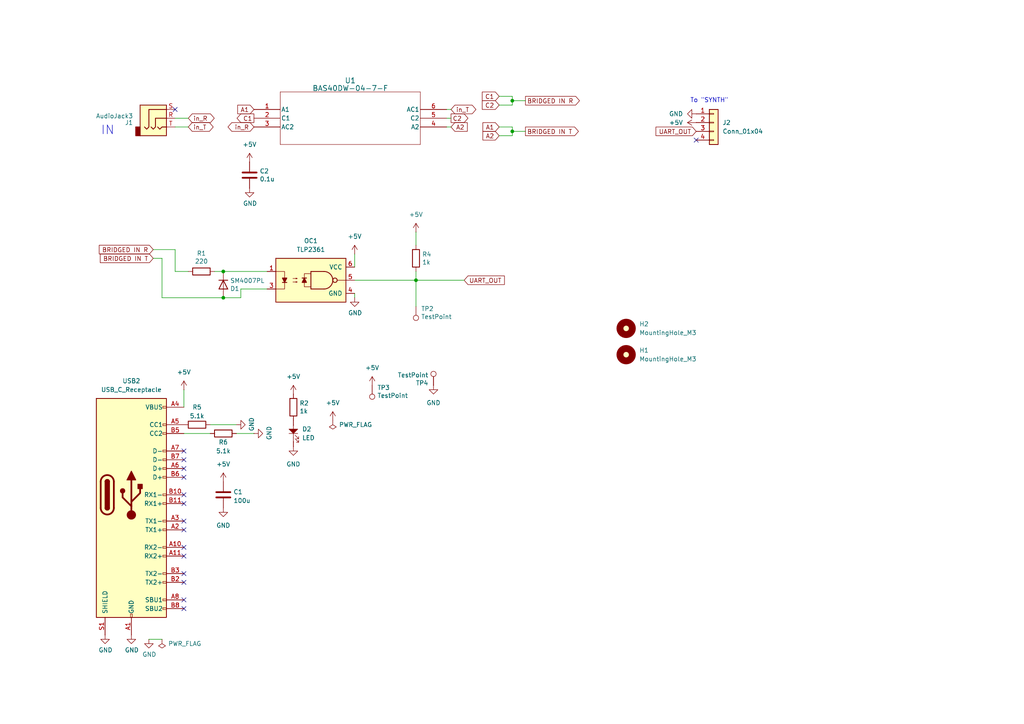
<source format=kicad_sch>
(kicad_sch
	(version 20250114)
	(generator "eeschema")
	(generator_version "9.0")
	(uuid "30c93219-d9d9-4e3a-b009-defc2edafa00")
	(paper "A4")
	(lib_symbols
		(symbol "BAS70DW-04:BAS70DW-04-7-F"
			(pin_names
				(offset 0.254)
			)
			(exclude_from_sim no)
			(in_bom yes)
			(on_board yes)
			(property "Reference" "U"
				(at 27.94 10.16 0)
				(effects
					(font
						(size 1.524 1.524)
					)
				)
			)
			(property "Value" "BAS70DW-04-7-F"
				(at 27.94 7.62 0)
				(effects
					(font
						(size 1.524 1.524)
					)
				)
			)
			(property "Footprint" "SOT-363_DIO"
				(at 0 0 0)
				(effects
					(font
						(size 1.27 1.27)
						(italic yes)
					)
					(hide yes)
				)
			)
			(property "Datasheet" "BAS70DW-04-7-F"
				(at 0 0 0)
				(effects
					(font
						(size 1.27 1.27)
						(italic yes)
					)
					(hide yes)
				)
			)
			(property "Description" ""
				(at 0 0 0)
				(effects
					(font
						(size 1.27 1.27)
					)
					(hide yes)
				)
			)
			(property "ki_locked" ""
				(at 0 0 0)
				(effects
					(font
						(size 1.27 1.27)
					)
				)
			)
			(property "ki_keywords" "BAS70DW-04-7-F"
				(at 0 0 0)
				(effects
					(font
						(size 1.27 1.27)
					)
					(hide yes)
				)
			)
			(property "ki_fp_filters" "SOT-363_DIO"
				(at 0 0 0)
				(effects
					(font
						(size 1.27 1.27)
					)
					(hide yes)
				)
			)
			(symbol "BAS70DW-04-7-F_0_1"
				(polyline
					(pts
						(xy 7.62 5.08) (xy 7.62 -10.16)
					)
					(stroke
						(width 0.127)
						(type default)
					)
					(fill
						(type none)
					)
				)
				(polyline
					(pts
						(xy 7.62 -10.16) (xy 48.26 -10.16)
					)
					(stroke
						(width 0.127)
						(type default)
					)
					(fill
						(type none)
					)
				)
				(polyline
					(pts
						(xy 48.26 5.08) (xy 7.62 5.08)
					)
					(stroke
						(width 0.127)
						(type default)
					)
					(fill
						(type none)
					)
				)
				(polyline
					(pts
						(xy 48.26 -10.16) (xy 48.26 5.08)
					)
					(stroke
						(width 0.127)
						(type default)
					)
					(fill
						(type none)
					)
				)
				(pin unspecified line
					(at 0 0 0)
					(length 7.62)
					(name "A1"
						(effects
							(font
								(size 1.27 1.27)
							)
						)
					)
					(number "1"
						(effects
							(font
								(size 1.27 1.27)
							)
						)
					)
				)
				(pin unspecified line
					(at 0 -2.54 0)
					(length 7.62)
					(name "C1"
						(effects
							(font
								(size 1.27 1.27)
							)
						)
					)
					(number "2"
						(effects
							(font
								(size 1.27 1.27)
							)
						)
					)
				)
				(pin unspecified line
					(at 0 -5.08 0)
					(length 7.62)
					(name "AC2"
						(effects
							(font
								(size 1.27 1.27)
							)
						)
					)
					(number "3"
						(effects
							(font
								(size 1.27 1.27)
							)
						)
					)
				)
				(pin unspecified line
					(at 55.88 0 180)
					(length 7.62)
					(name "AC1"
						(effects
							(font
								(size 1.27 1.27)
							)
						)
					)
					(number "6"
						(effects
							(font
								(size 1.27 1.27)
							)
						)
					)
				)
				(pin unspecified line
					(at 55.88 -2.54 180)
					(length 7.62)
					(name "C2"
						(effects
							(font
								(size 1.27 1.27)
							)
						)
					)
					(number "5"
						(effects
							(font
								(size 1.27 1.27)
							)
						)
					)
				)
				(pin unspecified line
					(at 55.88 -5.08 180)
					(length 7.62)
					(name "A2"
						(effects
							(font
								(size 1.27 1.27)
							)
						)
					)
					(number "4"
						(effects
							(font
								(size 1.27 1.27)
							)
						)
					)
				)
			)
			(embedded_fonts no)
		)
		(symbol "Connector:TestPoint"
			(pin_numbers
				(hide yes)
			)
			(pin_names
				(offset 0.762)
				(hide yes)
			)
			(exclude_from_sim no)
			(in_bom yes)
			(on_board yes)
			(property "Reference" "TP"
				(at 0 6.858 0)
				(effects
					(font
						(size 1.27 1.27)
					)
				)
			)
			(property "Value" "TestPoint"
				(at 0 5.08 0)
				(effects
					(font
						(size 1.27 1.27)
					)
				)
			)
			(property "Footprint" ""
				(at 5.08 0 0)
				(effects
					(font
						(size 1.27 1.27)
					)
					(hide yes)
				)
			)
			(property "Datasheet" "~"
				(at 5.08 0 0)
				(effects
					(font
						(size 1.27 1.27)
					)
					(hide yes)
				)
			)
			(property "Description" "test point"
				(at 0 0 0)
				(effects
					(font
						(size 1.27 1.27)
					)
					(hide yes)
				)
			)
			(property "ki_keywords" "test point tp"
				(at 0 0 0)
				(effects
					(font
						(size 1.27 1.27)
					)
					(hide yes)
				)
			)
			(property "ki_fp_filters" "Pin* Test*"
				(at 0 0 0)
				(effects
					(font
						(size 1.27 1.27)
					)
					(hide yes)
				)
			)
			(symbol "TestPoint_0_1"
				(circle
					(center 0 3.302)
					(radius 0.762)
					(stroke
						(width 0)
						(type default)
					)
					(fill
						(type none)
					)
				)
			)
			(symbol "TestPoint_1_1"
				(pin passive line
					(at 0 0 90)
					(length 2.54)
					(name "1"
						(effects
							(font
								(size 1.27 1.27)
							)
						)
					)
					(number "1"
						(effects
							(font
								(size 1.27 1.27)
							)
						)
					)
				)
			)
			(embedded_fonts no)
		)
		(symbol "Connector:USB_C_Receptacle"
			(pin_names
				(offset 1.016)
			)
			(exclude_from_sim no)
			(in_bom yes)
			(on_board yes)
			(property "Reference" "J"
				(at -10.16 29.21 0)
				(effects
					(font
						(size 1.27 1.27)
					)
					(justify left)
				)
			)
			(property "Value" "USB_C_Receptacle"
				(at 10.16 29.21 0)
				(effects
					(font
						(size 1.27 1.27)
					)
					(justify right)
				)
			)
			(property "Footprint" ""
				(at 3.81 0 0)
				(effects
					(font
						(size 1.27 1.27)
					)
					(hide yes)
				)
			)
			(property "Datasheet" "https://www.usb.org/sites/default/files/documents/usb_type-c.zip"
				(at 3.81 0 0)
				(effects
					(font
						(size 1.27 1.27)
					)
					(hide yes)
				)
			)
			(property "Description" "USB Full-Featured Type-C Receptacle connector"
				(at 0 0 0)
				(effects
					(font
						(size 1.27 1.27)
					)
					(hide yes)
				)
			)
			(property "ki_keywords" "usb universal serial bus type-C full-featured"
				(at 0 0 0)
				(effects
					(font
						(size 1.27 1.27)
					)
					(hide yes)
				)
			)
			(property "ki_fp_filters" "USB*C*Receptacle*"
				(at 0 0 0)
				(effects
					(font
						(size 1.27 1.27)
					)
					(hide yes)
				)
			)
			(symbol "USB_C_Receptacle_0_0"
				(rectangle
					(start -0.254 -35.56)
					(end 0.254 -34.544)
					(stroke
						(width 0)
						(type default)
					)
					(fill
						(type none)
					)
				)
				(rectangle
					(start 10.16 25.654)
					(end 9.144 25.146)
					(stroke
						(width 0)
						(type default)
					)
					(fill
						(type none)
					)
				)
				(rectangle
					(start 10.16 20.574)
					(end 9.144 20.066)
					(stroke
						(width 0)
						(type default)
					)
					(fill
						(type none)
					)
				)
				(rectangle
					(start 10.16 18.034)
					(end 9.144 17.526)
					(stroke
						(width 0)
						(type default)
					)
					(fill
						(type none)
					)
				)
				(rectangle
					(start 10.16 12.954)
					(end 9.144 12.446)
					(stroke
						(width 0)
						(type default)
					)
					(fill
						(type none)
					)
				)
				(rectangle
					(start 10.16 10.414)
					(end 9.144 9.906)
					(stroke
						(width 0)
						(type default)
					)
					(fill
						(type none)
					)
				)
				(rectangle
					(start 10.16 7.874)
					(end 9.144 7.366)
					(stroke
						(width 0)
						(type default)
					)
					(fill
						(type none)
					)
				)
				(rectangle
					(start 10.16 5.334)
					(end 9.144 4.826)
					(stroke
						(width 0)
						(type default)
					)
					(fill
						(type none)
					)
				)
				(rectangle
					(start 10.16 0.254)
					(end 9.144 -0.254)
					(stroke
						(width 0)
						(type default)
					)
					(fill
						(type none)
					)
				)
				(rectangle
					(start 10.16 -2.286)
					(end 9.144 -2.794)
					(stroke
						(width 0)
						(type default)
					)
					(fill
						(type none)
					)
				)
				(rectangle
					(start 10.16 -7.366)
					(end 9.144 -7.874)
					(stroke
						(width 0)
						(type default)
					)
					(fill
						(type none)
					)
				)
				(rectangle
					(start 10.16 -9.906)
					(end 9.144 -10.414)
					(stroke
						(width 0)
						(type default)
					)
					(fill
						(type none)
					)
				)
				(rectangle
					(start 10.16 -14.986)
					(end 9.144 -15.494)
					(stroke
						(width 0)
						(type default)
					)
					(fill
						(type none)
					)
				)
				(rectangle
					(start 10.16 -17.526)
					(end 9.144 -18.034)
					(stroke
						(width 0)
						(type default)
					)
					(fill
						(type none)
					)
				)
				(rectangle
					(start 10.16 -22.606)
					(end 9.144 -23.114)
					(stroke
						(width 0)
						(type default)
					)
					(fill
						(type none)
					)
				)
				(rectangle
					(start 10.16 -25.146)
					(end 9.144 -25.654)
					(stroke
						(width 0)
						(type default)
					)
					(fill
						(type none)
					)
				)
				(rectangle
					(start 10.16 -30.226)
					(end 9.144 -30.734)
					(stroke
						(width 0)
						(type default)
					)
					(fill
						(type none)
					)
				)
				(rectangle
					(start 10.16 -32.766)
					(end 9.144 -33.274)
					(stroke
						(width 0)
						(type default)
					)
					(fill
						(type none)
					)
				)
			)
			(symbol "USB_C_Receptacle_0_1"
				(rectangle
					(start -10.16 27.94)
					(end 10.16 -35.56)
					(stroke
						(width 0.254)
						(type default)
					)
					(fill
						(type background)
					)
				)
				(polyline
					(pts
						(xy -8.89 -3.81) (xy -8.89 3.81)
					)
					(stroke
						(width 0.508)
						(type default)
					)
					(fill
						(type none)
					)
				)
				(rectangle
					(start -7.62 -3.81)
					(end -6.35 3.81)
					(stroke
						(width 0.254)
						(type default)
					)
					(fill
						(type outline)
					)
				)
				(arc
					(start -7.62 3.81)
					(mid -6.985 4.4423)
					(end -6.35 3.81)
					(stroke
						(width 0.254)
						(type default)
					)
					(fill
						(type none)
					)
				)
				(arc
					(start -7.62 3.81)
					(mid -6.985 4.4423)
					(end -6.35 3.81)
					(stroke
						(width 0.254)
						(type default)
					)
					(fill
						(type outline)
					)
				)
				(arc
					(start -8.89 3.81)
					(mid -6.985 5.7067)
					(end -5.08 3.81)
					(stroke
						(width 0.508)
						(type default)
					)
					(fill
						(type none)
					)
				)
				(arc
					(start -5.08 -3.81)
					(mid -6.985 -5.7067)
					(end -8.89 -3.81)
					(stroke
						(width 0.508)
						(type default)
					)
					(fill
						(type none)
					)
				)
				(arc
					(start -6.35 -3.81)
					(mid -6.985 -4.4423)
					(end -7.62 -3.81)
					(stroke
						(width 0.254)
						(type default)
					)
					(fill
						(type none)
					)
				)
				(arc
					(start -6.35 -3.81)
					(mid -6.985 -4.4423)
					(end -7.62 -3.81)
					(stroke
						(width 0.254)
						(type default)
					)
					(fill
						(type outline)
					)
				)
				(polyline
					(pts
						(xy -5.08 3.81) (xy -5.08 -3.81)
					)
					(stroke
						(width 0.508)
						(type default)
					)
					(fill
						(type none)
					)
				)
			)
			(symbol "USB_C_Receptacle_1_1"
				(circle
					(center -2.54 1.143)
					(radius 0.635)
					(stroke
						(width 0.254)
						(type default)
					)
					(fill
						(type outline)
					)
				)
				(polyline
					(pts
						(xy -1.27 4.318) (xy 0 6.858) (xy 1.27 4.318) (xy -1.27 4.318)
					)
					(stroke
						(width 0.254)
						(type default)
					)
					(fill
						(type outline)
					)
				)
				(polyline
					(pts
						(xy 0 -2.032) (xy 2.54 0.508) (xy 2.54 1.778)
					)
					(stroke
						(width 0.508)
						(type default)
					)
					(fill
						(type none)
					)
				)
				(polyline
					(pts
						(xy 0 -3.302) (xy -2.54 -0.762) (xy -2.54 0.508)
					)
					(stroke
						(width 0.508)
						(type default)
					)
					(fill
						(type none)
					)
				)
				(polyline
					(pts
						(xy 0 -5.842) (xy 0 4.318)
					)
					(stroke
						(width 0.508)
						(type default)
					)
					(fill
						(type none)
					)
				)
				(circle
					(center 0 -5.842)
					(radius 1.27)
					(stroke
						(width 0)
						(type default)
					)
					(fill
						(type outline)
					)
				)
				(rectangle
					(start 1.905 1.778)
					(end 3.175 3.048)
					(stroke
						(width 0.254)
						(type default)
					)
					(fill
						(type outline)
					)
				)
				(pin passive line
					(at -7.62 -40.64 90)
					(length 5.08)
					(name "SHIELD"
						(effects
							(font
								(size 1.27 1.27)
							)
						)
					)
					(number "S1"
						(effects
							(font
								(size 1.27 1.27)
							)
						)
					)
				)
				(pin passive line
					(at 0 -40.64 90)
					(length 5.08)
					(name "GND"
						(effects
							(font
								(size 1.27 1.27)
							)
						)
					)
					(number "A1"
						(effects
							(font
								(size 1.27 1.27)
							)
						)
					)
				)
				(pin passive line
					(at 0 -40.64 90)
					(length 5.08)
					(hide yes)
					(name "GND"
						(effects
							(font
								(size 1.27 1.27)
							)
						)
					)
					(number "A12"
						(effects
							(font
								(size 1.27 1.27)
							)
						)
					)
				)
				(pin passive line
					(at 0 -40.64 90)
					(length 5.08)
					(hide yes)
					(name "GND"
						(effects
							(font
								(size 1.27 1.27)
							)
						)
					)
					(number "B1"
						(effects
							(font
								(size 1.27 1.27)
							)
						)
					)
				)
				(pin passive line
					(at 0 -40.64 90)
					(length 5.08)
					(hide yes)
					(name "GND"
						(effects
							(font
								(size 1.27 1.27)
							)
						)
					)
					(number "B12"
						(effects
							(font
								(size 1.27 1.27)
							)
						)
					)
				)
				(pin passive line
					(at 15.24 25.4 180)
					(length 5.08)
					(name "VBUS"
						(effects
							(font
								(size 1.27 1.27)
							)
						)
					)
					(number "A4"
						(effects
							(font
								(size 1.27 1.27)
							)
						)
					)
				)
				(pin passive line
					(at 15.24 25.4 180)
					(length 5.08)
					(hide yes)
					(name "VBUS"
						(effects
							(font
								(size 1.27 1.27)
							)
						)
					)
					(number "A9"
						(effects
							(font
								(size 1.27 1.27)
							)
						)
					)
				)
				(pin passive line
					(at 15.24 25.4 180)
					(length 5.08)
					(hide yes)
					(name "VBUS"
						(effects
							(font
								(size 1.27 1.27)
							)
						)
					)
					(number "B4"
						(effects
							(font
								(size 1.27 1.27)
							)
						)
					)
				)
				(pin passive line
					(at 15.24 25.4 180)
					(length 5.08)
					(hide yes)
					(name "VBUS"
						(effects
							(font
								(size 1.27 1.27)
							)
						)
					)
					(number "B9"
						(effects
							(font
								(size 1.27 1.27)
							)
						)
					)
				)
				(pin bidirectional line
					(at 15.24 20.32 180)
					(length 5.08)
					(name "CC1"
						(effects
							(font
								(size 1.27 1.27)
							)
						)
					)
					(number "A5"
						(effects
							(font
								(size 1.27 1.27)
							)
						)
					)
				)
				(pin bidirectional line
					(at 15.24 17.78 180)
					(length 5.08)
					(name "CC2"
						(effects
							(font
								(size 1.27 1.27)
							)
						)
					)
					(number "B5"
						(effects
							(font
								(size 1.27 1.27)
							)
						)
					)
				)
				(pin bidirectional line
					(at 15.24 12.7 180)
					(length 5.08)
					(name "D-"
						(effects
							(font
								(size 1.27 1.27)
							)
						)
					)
					(number "A7"
						(effects
							(font
								(size 1.27 1.27)
							)
						)
					)
				)
				(pin bidirectional line
					(at 15.24 10.16 180)
					(length 5.08)
					(name "D-"
						(effects
							(font
								(size 1.27 1.27)
							)
						)
					)
					(number "B7"
						(effects
							(font
								(size 1.27 1.27)
							)
						)
					)
				)
				(pin bidirectional line
					(at 15.24 7.62 180)
					(length 5.08)
					(name "D+"
						(effects
							(font
								(size 1.27 1.27)
							)
						)
					)
					(number "A6"
						(effects
							(font
								(size 1.27 1.27)
							)
						)
					)
				)
				(pin bidirectional line
					(at 15.24 5.08 180)
					(length 5.08)
					(name "D+"
						(effects
							(font
								(size 1.27 1.27)
							)
						)
					)
					(number "B6"
						(effects
							(font
								(size 1.27 1.27)
							)
						)
					)
				)
				(pin bidirectional line
					(at 15.24 0 180)
					(length 5.08)
					(name "RX1-"
						(effects
							(font
								(size 1.27 1.27)
							)
						)
					)
					(number "B10"
						(effects
							(font
								(size 1.27 1.27)
							)
						)
					)
				)
				(pin bidirectional line
					(at 15.24 -2.54 180)
					(length 5.08)
					(name "RX1+"
						(effects
							(font
								(size 1.27 1.27)
							)
						)
					)
					(number "B11"
						(effects
							(font
								(size 1.27 1.27)
							)
						)
					)
				)
				(pin bidirectional line
					(at 15.24 -7.62 180)
					(length 5.08)
					(name "TX1-"
						(effects
							(font
								(size 1.27 1.27)
							)
						)
					)
					(number "A3"
						(effects
							(font
								(size 1.27 1.27)
							)
						)
					)
				)
				(pin bidirectional line
					(at 15.24 -10.16 180)
					(length 5.08)
					(name "TX1+"
						(effects
							(font
								(size 1.27 1.27)
							)
						)
					)
					(number "A2"
						(effects
							(font
								(size 1.27 1.27)
							)
						)
					)
				)
				(pin bidirectional line
					(at 15.24 -15.24 180)
					(length 5.08)
					(name "RX2-"
						(effects
							(font
								(size 1.27 1.27)
							)
						)
					)
					(number "A10"
						(effects
							(font
								(size 1.27 1.27)
							)
						)
					)
				)
				(pin bidirectional line
					(at 15.24 -17.78 180)
					(length 5.08)
					(name "RX2+"
						(effects
							(font
								(size 1.27 1.27)
							)
						)
					)
					(number "A11"
						(effects
							(font
								(size 1.27 1.27)
							)
						)
					)
				)
				(pin bidirectional line
					(at 15.24 -22.86 180)
					(length 5.08)
					(name "TX2-"
						(effects
							(font
								(size 1.27 1.27)
							)
						)
					)
					(number "B3"
						(effects
							(font
								(size 1.27 1.27)
							)
						)
					)
				)
				(pin bidirectional line
					(at 15.24 -25.4 180)
					(length 5.08)
					(name "TX2+"
						(effects
							(font
								(size 1.27 1.27)
							)
						)
					)
					(number "B2"
						(effects
							(font
								(size 1.27 1.27)
							)
						)
					)
				)
				(pin bidirectional line
					(at 15.24 -30.48 180)
					(length 5.08)
					(name "SBU1"
						(effects
							(font
								(size 1.27 1.27)
							)
						)
					)
					(number "A8"
						(effects
							(font
								(size 1.27 1.27)
							)
						)
					)
				)
				(pin bidirectional line
					(at 15.24 -33.02 180)
					(length 5.08)
					(name "SBU2"
						(effects
							(font
								(size 1.27 1.27)
							)
						)
					)
					(number "B8"
						(effects
							(font
								(size 1.27 1.27)
							)
						)
					)
				)
			)
			(embedded_fonts no)
		)
		(symbol "Connector_Audio:AudioJack3"
			(exclude_from_sim no)
			(in_bom yes)
			(on_board yes)
			(property "Reference" "J"
				(at 0 8.89 0)
				(effects
					(font
						(size 1.27 1.27)
					)
				)
			)
			(property "Value" "AudioJack3"
				(at 0 6.35 0)
				(effects
					(font
						(size 1.27 1.27)
					)
				)
			)
			(property "Footprint" ""
				(at 0 0 0)
				(effects
					(font
						(size 1.27 1.27)
					)
					(hide yes)
				)
			)
			(property "Datasheet" "~"
				(at 0 0 0)
				(effects
					(font
						(size 1.27 1.27)
					)
					(hide yes)
				)
			)
			(property "Description" "Audio Jack, 3 Poles (Stereo / TRS)"
				(at 0 0 0)
				(effects
					(font
						(size 1.27 1.27)
					)
					(hide yes)
				)
			)
			(property "ki_keywords" "audio jack receptacle stereo headphones phones TRS connector"
				(at 0 0 0)
				(effects
					(font
						(size 1.27 1.27)
					)
					(hide yes)
				)
			)
			(property "ki_fp_filters" "Jack*"
				(at 0 0 0)
				(effects
					(font
						(size 1.27 1.27)
					)
					(hide yes)
				)
			)
			(symbol "AudioJack3_0_1"
				(rectangle
					(start -5.08 -5.08)
					(end -6.35 -2.54)
					(stroke
						(width 0.254)
						(type default)
					)
					(fill
						(type outline)
					)
				)
				(polyline
					(pts
						(xy -1.905 -2.54) (xy -1.27 -3.175) (xy -0.635 -2.54) (xy -0.635 0) (xy 2.54 0)
					)
					(stroke
						(width 0.254)
						(type default)
					)
					(fill
						(type none)
					)
				)
				(polyline
					(pts
						(xy 0 -2.54) (xy 0.635 -3.175) (xy 1.27 -2.54) (xy 2.54 -2.54)
					)
					(stroke
						(width 0.254)
						(type default)
					)
					(fill
						(type none)
					)
				)
				(rectangle
					(start 2.54 3.81)
					(end -5.08 -5.08)
					(stroke
						(width 0.254)
						(type default)
					)
					(fill
						(type background)
					)
				)
				(polyline
					(pts
						(xy 2.54 2.54) (xy -2.54 2.54) (xy -2.54 -2.54) (xy -3.175 -3.175) (xy -3.81 -2.54)
					)
					(stroke
						(width 0.254)
						(type default)
					)
					(fill
						(type none)
					)
				)
			)
			(symbol "AudioJack3_1_1"
				(pin passive line
					(at 5.08 2.54 180)
					(length 2.54)
					(name "~"
						(effects
							(font
								(size 1.27 1.27)
							)
						)
					)
					(number "S"
						(effects
							(font
								(size 1.27 1.27)
							)
						)
					)
				)
				(pin passive line
					(at 5.08 0 180)
					(length 2.54)
					(name "~"
						(effects
							(font
								(size 1.27 1.27)
							)
						)
					)
					(number "R"
						(effects
							(font
								(size 1.27 1.27)
							)
						)
					)
				)
				(pin passive line
					(at 5.08 -2.54 180)
					(length 2.54)
					(name "~"
						(effects
							(font
								(size 1.27 1.27)
							)
						)
					)
					(number "T"
						(effects
							(font
								(size 1.27 1.27)
							)
						)
					)
				)
			)
			(embedded_fonts no)
		)
		(symbol "Connector_Generic:Conn_01x04"
			(pin_names
				(offset 1.016)
				(hide yes)
			)
			(exclude_from_sim no)
			(in_bom yes)
			(on_board yes)
			(property "Reference" "J"
				(at 0 5.08 0)
				(effects
					(font
						(size 1.27 1.27)
					)
				)
			)
			(property "Value" "Conn_01x04"
				(at 0 -7.62 0)
				(effects
					(font
						(size 1.27 1.27)
					)
				)
			)
			(property "Footprint" ""
				(at 0 0 0)
				(effects
					(font
						(size 1.27 1.27)
					)
					(hide yes)
				)
			)
			(property "Datasheet" "~"
				(at 0 0 0)
				(effects
					(font
						(size 1.27 1.27)
					)
					(hide yes)
				)
			)
			(property "Description" "Generic connector, single row, 01x04, script generated (kicad-library-utils/schlib/autogen/connector/)"
				(at 0 0 0)
				(effects
					(font
						(size 1.27 1.27)
					)
					(hide yes)
				)
			)
			(property "ki_keywords" "connector"
				(at 0 0 0)
				(effects
					(font
						(size 1.27 1.27)
					)
					(hide yes)
				)
			)
			(property "ki_fp_filters" "Connector*:*_1x??_*"
				(at 0 0 0)
				(effects
					(font
						(size 1.27 1.27)
					)
					(hide yes)
				)
			)
			(symbol "Conn_01x04_1_1"
				(rectangle
					(start -1.27 3.81)
					(end 1.27 -6.35)
					(stroke
						(width 0.254)
						(type default)
					)
					(fill
						(type background)
					)
				)
				(rectangle
					(start -1.27 2.667)
					(end 0 2.413)
					(stroke
						(width 0.1524)
						(type default)
					)
					(fill
						(type none)
					)
				)
				(rectangle
					(start -1.27 0.127)
					(end 0 -0.127)
					(stroke
						(width 0.1524)
						(type default)
					)
					(fill
						(type none)
					)
				)
				(rectangle
					(start -1.27 -2.413)
					(end 0 -2.667)
					(stroke
						(width 0.1524)
						(type default)
					)
					(fill
						(type none)
					)
				)
				(rectangle
					(start -1.27 -4.953)
					(end 0 -5.207)
					(stroke
						(width 0.1524)
						(type default)
					)
					(fill
						(type none)
					)
				)
				(pin passive line
					(at -5.08 2.54 0)
					(length 3.81)
					(name "Pin_1"
						(effects
							(font
								(size 1.27 1.27)
							)
						)
					)
					(number "1"
						(effects
							(font
								(size 1.27 1.27)
							)
						)
					)
				)
				(pin passive line
					(at -5.08 0 0)
					(length 3.81)
					(name "Pin_2"
						(effects
							(font
								(size 1.27 1.27)
							)
						)
					)
					(number "2"
						(effects
							(font
								(size 1.27 1.27)
							)
						)
					)
				)
				(pin passive line
					(at -5.08 -2.54 0)
					(length 3.81)
					(name "Pin_3"
						(effects
							(font
								(size 1.27 1.27)
							)
						)
					)
					(number "3"
						(effects
							(font
								(size 1.27 1.27)
							)
						)
					)
				)
				(pin passive line
					(at -5.08 -5.08 0)
					(length 3.81)
					(name "Pin_4"
						(effects
							(font
								(size 1.27 1.27)
							)
						)
					)
					(number "4"
						(effects
							(font
								(size 1.27 1.27)
							)
						)
					)
				)
			)
			(embedded_fonts no)
		)
		(symbol "Device:C"
			(pin_numbers
				(hide yes)
			)
			(pin_names
				(offset 0.254)
			)
			(exclude_from_sim no)
			(in_bom yes)
			(on_board yes)
			(property "Reference" "C"
				(at 0.635 2.54 0)
				(effects
					(font
						(size 1.27 1.27)
					)
					(justify left)
				)
			)
			(property "Value" "C"
				(at 0.635 -2.54 0)
				(effects
					(font
						(size 1.27 1.27)
					)
					(justify left)
				)
			)
			(property "Footprint" ""
				(at 0.9652 -3.81 0)
				(effects
					(font
						(size 1.27 1.27)
					)
					(hide yes)
				)
			)
			(property "Datasheet" "~"
				(at 0 0 0)
				(effects
					(font
						(size 1.27 1.27)
					)
					(hide yes)
				)
			)
			(property "Description" "Unpolarized capacitor"
				(at 0 0 0)
				(effects
					(font
						(size 1.27 1.27)
					)
					(hide yes)
				)
			)
			(property "ki_keywords" "cap capacitor"
				(at 0 0 0)
				(effects
					(font
						(size 1.27 1.27)
					)
					(hide yes)
				)
			)
			(property "ki_fp_filters" "C_*"
				(at 0 0 0)
				(effects
					(font
						(size 1.27 1.27)
					)
					(hide yes)
				)
			)
			(symbol "C_0_1"
				(polyline
					(pts
						(xy -2.032 0.762) (xy 2.032 0.762)
					)
					(stroke
						(width 0.508)
						(type default)
					)
					(fill
						(type none)
					)
				)
				(polyline
					(pts
						(xy -2.032 -0.762) (xy 2.032 -0.762)
					)
					(stroke
						(width 0.508)
						(type default)
					)
					(fill
						(type none)
					)
				)
			)
			(symbol "C_1_1"
				(pin passive line
					(at 0 3.81 270)
					(length 2.794)
					(name "~"
						(effects
							(font
								(size 1.27 1.27)
							)
						)
					)
					(number "1"
						(effects
							(font
								(size 1.27 1.27)
							)
						)
					)
				)
				(pin passive line
					(at 0 -3.81 90)
					(length 2.794)
					(name "~"
						(effects
							(font
								(size 1.27 1.27)
							)
						)
					)
					(number "2"
						(effects
							(font
								(size 1.27 1.27)
							)
						)
					)
				)
			)
			(embedded_fonts no)
		)
		(symbol "Device:D"
			(pin_numbers
				(hide yes)
			)
			(pin_names
				(offset 1.016)
				(hide yes)
			)
			(exclude_from_sim no)
			(in_bom yes)
			(on_board yes)
			(property "Reference" "D"
				(at 0 2.54 0)
				(effects
					(font
						(size 1.27 1.27)
					)
				)
			)
			(property "Value" "D"
				(at 0 -2.54 0)
				(effects
					(font
						(size 1.27 1.27)
					)
				)
			)
			(property "Footprint" ""
				(at 0 0 0)
				(effects
					(font
						(size 1.27 1.27)
					)
					(hide yes)
				)
			)
			(property "Datasheet" "~"
				(at 0 0 0)
				(effects
					(font
						(size 1.27 1.27)
					)
					(hide yes)
				)
			)
			(property "Description" "Diode"
				(at 0 0 0)
				(effects
					(font
						(size 1.27 1.27)
					)
					(hide yes)
				)
			)
			(property "Sim.Device" "D"
				(at 0 0 0)
				(effects
					(font
						(size 1.27 1.27)
					)
					(hide yes)
				)
			)
			(property "Sim.Pins" "1=K 2=A"
				(at 0 0 0)
				(effects
					(font
						(size 1.27 1.27)
					)
					(hide yes)
				)
			)
			(property "ki_keywords" "diode"
				(at 0 0 0)
				(effects
					(font
						(size 1.27 1.27)
					)
					(hide yes)
				)
			)
			(property "ki_fp_filters" "TO-???* *_Diode_* *SingleDiode* D_*"
				(at 0 0 0)
				(effects
					(font
						(size 1.27 1.27)
					)
					(hide yes)
				)
			)
			(symbol "D_0_1"
				(polyline
					(pts
						(xy -1.27 1.27) (xy -1.27 -1.27)
					)
					(stroke
						(width 0.254)
						(type default)
					)
					(fill
						(type none)
					)
				)
				(polyline
					(pts
						(xy 1.27 1.27) (xy 1.27 -1.27) (xy -1.27 0) (xy 1.27 1.27)
					)
					(stroke
						(width 0.254)
						(type default)
					)
					(fill
						(type none)
					)
				)
				(polyline
					(pts
						(xy 1.27 0) (xy -1.27 0)
					)
					(stroke
						(width 0)
						(type default)
					)
					(fill
						(type none)
					)
				)
			)
			(symbol "D_1_1"
				(pin passive line
					(at -3.81 0 0)
					(length 2.54)
					(name "K"
						(effects
							(font
								(size 1.27 1.27)
							)
						)
					)
					(number "1"
						(effects
							(font
								(size 1.27 1.27)
							)
						)
					)
				)
				(pin passive line
					(at 3.81 0 180)
					(length 2.54)
					(name "A"
						(effects
							(font
								(size 1.27 1.27)
							)
						)
					)
					(number "2"
						(effects
							(font
								(size 1.27 1.27)
							)
						)
					)
				)
			)
			(embedded_fonts no)
		)
		(symbol "Device:R"
			(pin_numbers
				(hide yes)
			)
			(pin_names
				(offset 0)
			)
			(exclude_from_sim no)
			(in_bom yes)
			(on_board yes)
			(property "Reference" "R"
				(at 2.032 0 90)
				(effects
					(font
						(size 1.27 1.27)
					)
				)
			)
			(property "Value" "R"
				(at 0 0 90)
				(effects
					(font
						(size 1.27 1.27)
					)
				)
			)
			(property "Footprint" ""
				(at -1.778 0 90)
				(effects
					(font
						(size 1.27 1.27)
					)
					(hide yes)
				)
			)
			(property "Datasheet" "~"
				(at 0 0 0)
				(effects
					(font
						(size 1.27 1.27)
					)
					(hide yes)
				)
			)
			(property "Description" "Resistor"
				(at 0 0 0)
				(effects
					(font
						(size 1.27 1.27)
					)
					(hide yes)
				)
			)
			(property "ki_keywords" "R res resistor"
				(at 0 0 0)
				(effects
					(font
						(size 1.27 1.27)
					)
					(hide yes)
				)
			)
			(property "ki_fp_filters" "R_*"
				(at 0 0 0)
				(effects
					(font
						(size 1.27 1.27)
					)
					(hide yes)
				)
			)
			(symbol "R_0_1"
				(rectangle
					(start -1.016 -2.54)
					(end 1.016 2.54)
					(stroke
						(width 0.254)
						(type default)
					)
					(fill
						(type none)
					)
				)
			)
			(symbol "R_1_1"
				(pin passive line
					(at 0 3.81 270)
					(length 1.27)
					(name "~"
						(effects
							(font
								(size 1.27 1.27)
							)
						)
					)
					(number "1"
						(effects
							(font
								(size 1.27 1.27)
							)
						)
					)
				)
				(pin passive line
					(at 0 -3.81 90)
					(length 1.27)
					(name "~"
						(effects
							(font
								(size 1.27 1.27)
							)
						)
					)
					(number "2"
						(effects
							(font
								(size 1.27 1.27)
							)
						)
					)
				)
			)
			(embedded_fonts no)
		)
		(symbol "PCM_Optocoupler_Logic_AKL:TLP2361"
			(pin_names
				(offset 1.016)
			)
			(exclude_from_sim no)
			(in_bom yes)
			(on_board yes)
			(property "Reference" "OC"
				(at -10.16 11.43 0)
				(effects
					(font
						(size 1.27 1.27)
					)
					(justify left)
				)
			)
			(property "Value" "TLP2361"
				(at -10.16 8.89 0)
				(effects
					(font
						(size 1.27 1.27)
					)
					(justify left)
				)
			)
			(property "Footprint" "PCM_Package_SO_AKL:SO-5_4.4x3.6mm_P1.27mm"
				(at -8.89 -6.35 0)
				(effects
					(font
						(size 1.27 1.27)
						(italic yes)
					)
					(justify left)
					(hide yes)
				)
			)
			(property "Datasheet" "https://www.tme.eu/Document/22d4172b7ccceb8266e80146cf91b6c4/TLP2361-E-T.pdf"
				(at -5.969 0 0)
				(effects
					(font
						(size 1.27 1.27)
					)
					(justify left)
					(hide yes)
				)
			)
			(property "Description" "SO-5 Optocoupler, Open Collector/Drain output, Inverting, 3.75kV, 15Mbps, Alternate KiCAD Library"
				(at 0 0 0)
				(effects
					(font
						(size 1.27 1.27)
					)
					(hide yes)
				)
			)
			(property "ki_keywords" "Optocoupler logic output inverting open drain collector OC OD TLP2361"
				(at 0 0 0)
				(effects
					(font
						(size 1.27 1.27)
					)
					(hide yes)
				)
			)
			(property "ki_fp_filters" "DIP*W7.62mm*"
				(at 0 0 0)
				(effects
					(font
						(size 1.27 1.27)
					)
					(hide yes)
				)
			)
			(symbol "TLP2361_0_0"
				(rectangle
					(start -10.16 6.35)
					(end 10.16 -6.35)
					(stroke
						(width 0.254)
						(type default)
					)
					(fill
						(type background)
					)
				)
				(polyline
					(pts
						(xy 10.16 0) (xy 7.62 0)
					)
					(stroke
						(width 0)
						(type default)
					)
					(fill
						(type none)
					)
				)
			)
			(symbol "TLP2361_0_1"
				(polyline
					(pts
						(xy -10.16 2.54) (xy -7.62 2.54) (xy -7.62 -0.635)
					)
					(stroke
						(width 0)
						(type default)
					)
					(fill
						(type none)
					)
				)
				(polyline
					(pts
						(xy -8.255 -0.635) (xy -6.985 -0.635)
					)
					(stroke
						(width 0.254)
						(type default)
					)
					(fill
						(type none)
					)
				)
				(polyline
					(pts
						(xy -7.62 -0.635) (xy -7.62 -2.54) (xy -10.16 -2.54)
					)
					(stroke
						(width 0)
						(type default)
					)
					(fill
						(type none)
					)
				)
				(polyline
					(pts
						(xy -7.62 -0.635) (xy -8.255 0.635) (xy -6.985 0.635) (xy -7.62 -0.635)
					)
					(stroke
						(width 0.254)
						(type default)
					)
					(fill
						(type outline)
					)
				)
				(polyline
					(pts
						(xy -5.207 0.508) (xy -3.937 0.508) (xy -4.318 0.381) (xy -4.318 0.635) (xy -3.937 0.508)
					)
					(stroke
						(width 0)
						(type default)
					)
					(fill
						(type none)
					)
				)
				(polyline
					(pts
						(xy -5.207 -0.508) (xy -3.937 -0.508) (xy -4.318 -0.635) (xy -4.318 -0.381) (xy -3.937 -0.508)
					)
					(stroke
						(width 0)
						(type default)
					)
					(fill
						(type none)
					)
				)
				(polyline
					(pts
						(xy 0 2.54) (xy 3.81 2.54)
					)
					(stroke
						(width 0.254)
						(type default)
					)
					(fill
						(type none)
					)
				)
				(polyline
					(pts
						(xy 0 2.54) (xy 0 -2.54) (xy 3.81 -2.54)
					)
					(stroke
						(width 0.254)
						(type default)
					)
					(fill
						(type none)
					)
				)
				(arc
					(start 3.81 2.54)
					(mid 6.339 0)
					(end 3.81 -2.54)
					(stroke
						(width 0.254)
						(type default)
					)
					(fill
						(type none)
					)
				)
				(circle
					(center 6.985 0)
					(radius 0.635)
					(stroke
						(width 0.254)
						(type default)
					)
					(fill
						(type none)
					)
				)
			)
			(symbol "TLP2361_1_1"
				(polyline
					(pts
						(xy -1.905 0.635) (xy -1.27 -0.635) (xy -2.54 -0.635) (xy -1.905 0.635)
					)
					(stroke
						(width 0.254)
						(type default)
					)
					(fill
						(type outline)
					)
				)
				(polyline
					(pts
						(xy -1.27 0.635) (xy -2.54 0.635)
					)
					(stroke
						(width 0.254)
						(type default)
					)
					(fill
						(type none)
					)
				)
				(polyline
					(pts
						(xy 0 -1.905) (xy -1.905 -1.905) (xy -1.905 1.905) (xy 0 1.905)
					)
					(stroke
						(width 0.1524)
						(type default)
					)
					(fill
						(type none)
					)
				)
				(pin passive line
					(at -12.7 2.54 0)
					(length 2.54)
					(name "~"
						(effects
							(font
								(size 1.27 1.27)
							)
						)
					)
					(number "1"
						(effects
							(font
								(size 1.27 1.27)
							)
						)
					)
				)
				(pin passive line
					(at -12.7 -2.54 0)
					(length 2.54)
					(name "~"
						(effects
							(font
								(size 1.27 1.27)
							)
						)
					)
					(number "3"
						(effects
							(font
								(size 1.27 1.27)
							)
						)
					)
				)
				(pin power_in line
					(at 12.7 3.81 180)
					(length 2.54)
					(name "VCC"
						(effects
							(font
								(size 1.27 1.27)
							)
						)
					)
					(number "6"
						(effects
							(font
								(size 1.27 1.27)
							)
						)
					)
				)
				(pin output line
					(at 12.7 0 180)
					(length 2.54)
					(name "~"
						(effects
							(font
								(size 1.27 1.27)
							)
						)
					)
					(number "5"
						(effects
							(font
								(size 1.27 1.27)
							)
						)
					)
				)
				(pin power_in line
					(at 12.7 -3.81 180)
					(length 2.54)
					(name "GND"
						(effects
							(font
								(size 1.27 1.27)
							)
						)
					)
					(number "4"
						(effects
							(font
								(size 1.27 1.27)
							)
						)
					)
				)
			)
			(embedded_fonts no)
		)
		(symbol "PCM_SL_Devices:LED"
			(exclude_from_sim no)
			(in_bom yes)
			(on_board yes)
			(property "Reference" "D"
				(at -0.508 5.334 0)
				(effects
					(font
						(size 1.27 1.27)
					)
				)
			)
			(property "Value" "LED"
				(at -0.508 2.794 0)
				(effects
					(font
						(size 1.27 1.27)
					)
				)
			)
			(property "Footprint" "LED_THT:LED_D5.0mm"
				(at -1.016 -2.794 0)
				(effects
					(font
						(size 1.27 1.27)
					)
					(hide yes)
				)
			)
			(property "Datasheet" ""
				(at -1.27 0 0)
				(effects
					(font
						(size 1.27 1.27)
					)
					(hide yes)
				)
			)
			(property "Description" "Common 5mm diameter LED"
				(at 0 0 0)
				(effects
					(font
						(size 1.27 1.27)
					)
					(hide yes)
				)
			)
			(property "ki_keywords" "LED 5mm"
				(at 0 0 0)
				(effects
					(font
						(size 1.27 1.27)
					)
					(hide yes)
				)
			)
			(property "ki_fp_filters" "LED_D5.0mm_Clear LED_D5.0mm_Horizontal_O1.27mm_Z3.0mm LED_D5.0mm_Horizontal_O3.81mm_Z3.0mm LED_D5.0mm_Horizontal_O6.35mm_Z3.0mm"
				(at 0 0 0)
				(effects
					(font
						(size 1.27 1.27)
					)
					(hide yes)
				)
			)
			(symbol "LED_0_1"
				(polyline
					(pts
						(xy -1.27 0) (xy -2.54 0)
					)
					(stroke
						(width 0)
						(type default)
					)
					(fill
						(type none)
					)
				)
				(polyline
					(pts
						(xy 0 1.27) (xy 0 -1.27)
					)
					(stroke
						(width 0)
						(type default)
					)
					(fill
						(type none)
					)
				)
				(polyline
					(pts
						(xy 0 0) (xy -1.27 -1.27) (xy -1.27 1.27) (xy 0 0) (xy 1.27 0)
					)
					(stroke
						(width 0)
						(type default)
					)
					(fill
						(type outline)
					)
				)
				(polyline
					(pts
						(xy 0.508 0.508) (xy 1.524 1.524)
					)
					(stroke
						(width 0)
						(type default)
					)
					(fill
						(type none)
					)
				)
				(polyline
					(pts
						(xy 1.27 0) (xy 2.54 0)
					)
					(stroke
						(width 0)
						(type default)
					)
					(fill
						(type none)
					)
				)
				(polyline
					(pts
						(xy 1.524 1.524) (xy 0.889 1.524)
					)
					(stroke
						(width 0)
						(type default)
					)
					(fill
						(type none)
					)
				)
				(polyline
					(pts
						(xy 1.524 1.524) (xy 1.524 0.889)
					)
					(stroke
						(width 0)
						(type default)
					)
					(fill
						(type none)
					)
				)
				(polyline
					(pts
						(xy 1.524 0.508) (xy 2.54 1.524)
					)
					(stroke
						(width 0)
						(type default)
					)
					(fill
						(type none)
					)
				)
				(polyline
					(pts
						(xy 2.54 1.524) (xy 1.905 1.524)
					)
					(stroke
						(width 0)
						(type default)
					)
					(fill
						(type none)
					)
				)
				(polyline
					(pts
						(xy 2.54 1.524) (xy 2.54 0.889)
					)
					(stroke
						(width 0)
						(type default)
					)
					(fill
						(type none)
					)
				)
			)
			(symbol "LED_1_1"
				(pin passive line
					(at -3.81 0 0)
					(length 1.5)
					(name ""
						(effects
							(font
								(size 1.27 1.27)
							)
						)
					)
					(number "2"
						(effects
							(font
								(size 0 0)
							)
						)
					)
				)
				(pin passive line
					(at 3.81 0 180)
					(length 1.5)
					(name "~"
						(effects
							(font
								(size 1.27 1.27)
							)
						)
					)
					(number "1"
						(effects
							(font
								(size 0 0)
							)
						)
					)
				)
			)
			(embedded_fonts no)
		)
		(symbol "PCM_SL_Mechanical:MountingHole_M3"
			(exclude_from_sim no)
			(in_bom yes)
			(on_board yes)
			(property "Reference" "H"
				(at 0 7.62 0)
				(effects
					(font
						(size 1.27 1.27)
					)
				)
			)
			(property "Value" "MountingHole_M3"
				(at 0 5.08 0)
				(effects
					(font
						(size 1.27 1.27)
					)
				)
			)
			(property "Footprint" "MountingHole:MountingHole_3.2mm_M3"
				(at 0 -3.81 0)
				(effects
					(font
						(size 1.27 1.27)
					)
					(hide yes)
				)
			)
			(property "Datasheet" ""
				(at 0 0 0)
				(effects
					(font
						(size 1.27 1.27)
					)
					(hide yes)
				)
			)
			(property "Description" "3.2mm Diameter Mounting Hole (M3)"
				(at 0 0 0)
				(effects
					(font
						(size 1.27 1.27)
					)
					(hide yes)
				)
			)
			(property "ki_keywords" "Mounting Hole"
				(at 0 0 0)
				(effects
					(font
						(size 1.27 1.27)
					)
					(hide yes)
				)
			)
			(symbol "MountingHole_M3_0_1"
				(circle
					(center 0 0)
					(radius 1.27)
					(stroke
						(width 0)
						(type default)
					)
					(fill
						(type background)
					)
				)
				(circle
					(center 0 0)
					(radius 1.7961)
					(stroke
						(width 2)
						(type default)
					)
					(fill
						(type none)
					)
				)
			)
			(embedded_fonts no)
		)
		(symbol "power:+5V"
			(power)
			(pin_numbers
				(hide yes)
			)
			(pin_names
				(offset 0)
				(hide yes)
			)
			(exclude_from_sim no)
			(in_bom yes)
			(on_board yes)
			(property "Reference" "#PWR"
				(at 0 -3.81 0)
				(effects
					(font
						(size 1.27 1.27)
					)
					(hide yes)
				)
			)
			(property "Value" "+5V"
				(at 0 3.556 0)
				(effects
					(font
						(size 1.27 1.27)
					)
				)
			)
			(property "Footprint" ""
				(at 0 0 0)
				(effects
					(font
						(size 1.27 1.27)
					)
					(hide yes)
				)
			)
			(property "Datasheet" ""
				(at 0 0 0)
				(effects
					(font
						(size 1.27 1.27)
					)
					(hide yes)
				)
			)
			(property "Description" "Power symbol creates a global label with name \"+5V\""
				(at 0 0 0)
				(effects
					(font
						(size 1.27 1.27)
					)
					(hide yes)
				)
			)
			(property "ki_keywords" "global power"
				(at 0 0 0)
				(effects
					(font
						(size 1.27 1.27)
					)
					(hide yes)
				)
			)
			(symbol "+5V_0_1"
				(polyline
					(pts
						(xy -0.762 1.27) (xy 0 2.54)
					)
					(stroke
						(width 0)
						(type default)
					)
					(fill
						(type none)
					)
				)
				(polyline
					(pts
						(xy 0 2.54) (xy 0.762 1.27)
					)
					(stroke
						(width 0)
						(type default)
					)
					(fill
						(type none)
					)
				)
				(polyline
					(pts
						(xy 0 0) (xy 0 2.54)
					)
					(stroke
						(width 0)
						(type default)
					)
					(fill
						(type none)
					)
				)
			)
			(symbol "+5V_1_1"
				(pin power_in line
					(at 0 0 90)
					(length 0)
					(name "~"
						(effects
							(font
								(size 1.27 1.27)
							)
						)
					)
					(number "1"
						(effects
							(font
								(size 1.27 1.27)
							)
						)
					)
				)
			)
			(embedded_fonts no)
		)
		(symbol "power:GND"
			(power)
			(pin_numbers
				(hide yes)
			)
			(pin_names
				(offset 0)
				(hide yes)
			)
			(exclude_from_sim no)
			(in_bom yes)
			(on_board yes)
			(property "Reference" "#PWR"
				(at 0 -6.35 0)
				(effects
					(font
						(size 1.27 1.27)
					)
					(hide yes)
				)
			)
			(property "Value" "GND"
				(at 0 -3.81 0)
				(effects
					(font
						(size 1.27 1.27)
					)
				)
			)
			(property "Footprint" ""
				(at 0 0 0)
				(effects
					(font
						(size 1.27 1.27)
					)
					(hide yes)
				)
			)
			(property "Datasheet" ""
				(at 0 0 0)
				(effects
					(font
						(size 1.27 1.27)
					)
					(hide yes)
				)
			)
			(property "Description" "Power symbol creates a global label with name \"GND\" , ground"
				(at 0 0 0)
				(effects
					(font
						(size 1.27 1.27)
					)
					(hide yes)
				)
			)
			(property "ki_keywords" "global power"
				(at 0 0 0)
				(effects
					(font
						(size 1.27 1.27)
					)
					(hide yes)
				)
			)
			(symbol "GND_0_1"
				(polyline
					(pts
						(xy 0 0) (xy 0 -1.27) (xy 1.27 -1.27) (xy 0 -2.54) (xy -1.27 -1.27) (xy 0 -1.27)
					)
					(stroke
						(width 0)
						(type default)
					)
					(fill
						(type none)
					)
				)
			)
			(symbol "GND_1_1"
				(pin power_in line
					(at 0 0 270)
					(length 0)
					(name "~"
						(effects
							(font
								(size 1.27 1.27)
							)
						)
					)
					(number "1"
						(effects
							(font
								(size 1.27 1.27)
							)
						)
					)
				)
			)
			(embedded_fonts no)
		)
		(symbol "power:PWR_FLAG"
			(power)
			(pin_numbers
				(hide yes)
			)
			(pin_names
				(offset 0)
				(hide yes)
			)
			(exclude_from_sim no)
			(in_bom yes)
			(on_board yes)
			(property "Reference" "#FLG"
				(at 0 1.905 0)
				(effects
					(font
						(size 1.27 1.27)
					)
					(hide yes)
				)
			)
			(property "Value" "PWR_FLAG"
				(at 0 3.81 0)
				(effects
					(font
						(size 1.27 1.27)
					)
				)
			)
			(property "Footprint" ""
				(at 0 0 0)
				(effects
					(font
						(size 1.27 1.27)
					)
					(hide yes)
				)
			)
			(property "Datasheet" "~"
				(at 0 0 0)
				(effects
					(font
						(size 1.27 1.27)
					)
					(hide yes)
				)
			)
			(property "Description" "Special symbol for telling ERC where power comes from"
				(at 0 0 0)
				(effects
					(font
						(size 1.27 1.27)
					)
					(hide yes)
				)
			)
			(property "ki_keywords" "flag power"
				(at 0 0 0)
				(effects
					(font
						(size 1.27 1.27)
					)
					(hide yes)
				)
			)
			(symbol "PWR_FLAG_0_0"
				(pin power_out line
					(at 0 0 90)
					(length 0)
					(name "~"
						(effects
							(font
								(size 1.27 1.27)
							)
						)
					)
					(number "1"
						(effects
							(font
								(size 1.27 1.27)
							)
						)
					)
				)
			)
			(symbol "PWR_FLAG_0_1"
				(polyline
					(pts
						(xy 0 0) (xy 0 1.27) (xy -1.016 1.905) (xy 0 2.54) (xy 1.016 1.905) (xy 0 1.27)
					)
					(stroke
						(width 0)
						(type default)
					)
					(fill
						(type none)
					)
				)
			)
			(embedded_fonts no)
		)
	)
	(text "IN"
		(exclude_from_sim no)
		(at 29.21 39.37 0)
		(effects
			(font
				(size 2.54 2.54)
			)
			(justify left bottom)
		)
		(uuid "2fcce6ea-1684-4e17-9bb2-a82f0b863158")
	)
	(text "To \"SYNTH\""
		(exclude_from_sim no)
		(at 205.74 29.21 0)
		(effects
			(font
				(size 1.27 1.27)
			)
		)
		(uuid "4a7e61d7-9762-42bc-a015-c84244b12de6")
	)
	(junction
		(at 148.59 29.21)
		(diameter 0)
		(color 0 0 0 0)
		(uuid "2683a1ad-9927-49b3-9f82-8d90c2e4ec95")
	)
	(junction
		(at 64.77 86.36)
		(diameter 0)
		(color 0 0 0 0)
		(uuid "2a572886-5f94-4951-b704-4b51fed63e5e")
	)
	(junction
		(at 120.65 81.28)
		(diameter 0)
		(color 0 0 0 0)
		(uuid "422c3159-c859-456a-9ac8-b03c5b041c83")
	)
	(junction
		(at 64.77 78.74)
		(diameter 0)
		(color 0 0 0 0)
		(uuid "87d06c33-0bcd-4130-8560-542837b00b2d")
	)
	(junction
		(at 148.59 38.1)
		(diameter 0)
		(color 0 0 0 0)
		(uuid "a75a0b96-ac91-4b25-9e2b-cdc361520301")
	)
	(no_connect
		(at 50.8 31.75)
		(uuid "0e4028c8-ff07-46bc-9d71-9f0f73de6432")
	)
	(no_connect
		(at 53.34 158.75)
		(uuid "24c23f51-e1d3-4496-bd05-8dbf4192483a")
	)
	(no_connect
		(at 53.34 135.89)
		(uuid "5506119f-73b2-4091-9961-a4889dae33a1")
	)
	(no_connect
		(at 53.34 173.99)
		(uuid "5c9ef4bf-92bb-4504-b6b2-3b54ae32c5c7")
	)
	(no_connect
		(at 53.34 138.43)
		(uuid "5d10da50-1bb2-4b31-9b0c-a18b07a62e18")
	)
	(no_connect
		(at 53.34 146.05)
		(uuid "654741bd-7fe4-4ffa-879b-5c210bf42202")
	)
	(no_connect
		(at 53.34 161.29)
		(uuid "7c2872ae-850e-496c-84ed-86a92a7b19ef")
	)
	(no_connect
		(at 53.34 133.35)
		(uuid "a5fa9136-3763-4b57-ba80-98e563acf275")
	)
	(no_connect
		(at 53.34 143.51)
		(uuid "af4bc8fd-b56a-4a4a-b3a0-b2e54805f803")
	)
	(no_connect
		(at 201.93 40.64)
		(uuid "b2b5ce7c-9e8d-401f-9c2b-9ba81884f5b0")
	)
	(no_connect
		(at 53.34 153.67)
		(uuid "b9d2220c-e23c-4039-a30d-2e928b74f5b7")
	)
	(no_connect
		(at 53.34 176.53)
		(uuid "cda251ca-f229-409f-a1f1-a43a625f61d7")
	)
	(no_connect
		(at 53.34 151.13)
		(uuid "dccc3750-729f-4101-837f-dd2b480b3d9c")
	)
	(no_connect
		(at 53.34 168.91)
		(uuid "f0d9649c-cb03-4097-8abb-6cf510b11226")
	)
	(no_connect
		(at 53.34 130.81)
		(uuid "f2b68013-00ba-4109-9e63-11f8df709d85")
	)
	(no_connect
		(at 53.34 166.37)
		(uuid "ff06bd9b-2d57-485d-9ffe-9138009051d4")
	)
	(wire
		(pts
			(xy 50.8 78.74) (xy 50.8 72.39)
		)
		(stroke
			(width 0)
			(type default)
		)
		(uuid "06f8c698-6f3e-4b90-b702-2b0ed4408735")
	)
	(wire
		(pts
			(xy 148.59 29.21) (xy 152.4 29.21)
		)
		(stroke
			(width 0)
			(type default)
		)
		(uuid "0dafc153-430c-40ed-b859-7d8e13cb531d")
	)
	(wire
		(pts
			(xy 129.54 36.83) (xy 130.81 36.83)
		)
		(stroke
			(width 0)
			(type default)
		)
		(uuid "1cac1f22-2017-4c36-8260-b96fa218c1ff")
	)
	(wire
		(pts
			(xy 44.45 74.93) (xy 46.99 74.93)
		)
		(stroke
			(width 0)
			(type default)
		)
		(uuid "261ebdc7-e747-4074-85b3-280da5609c27")
	)
	(wire
		(pts
			(xy 50.8 34.29) (xy 54.61 34.29)
		)
		(stroke
			(width 0)
			(type default)
		)
		(uuid "2856d3ac-cb8a-498c-b1e6-a6696bf9196e")
	)
	(wire
		(pts
			(xy 144.78 30.48) (xy 148.59 30.48)
		)
		(stroke
			(width 0)
			(type default)
		)
		(uuid "2afdd0f5-15ec-4a63-b2ea-d4d8618a0604")
	)
	(wire
		(pts
			(xy 144.78 39.37) (xy 148.59 39.37)
		)
		(stroke
			(width 0)
			(type default)
		)
		(uuid "2c39124c-1de9-43c7-bb5c-5275dfa08250")
	)
	(wire
		(pts
			(xy 144.78 36.83) (xy 148.59 36.83)
		)
		(stroke
			(width 0)
			(type default)
		)
		(uuid "2c831723-dd84-4d24-a1e6-4882e9658767")
	)
	(wire
		(pts
			(xy 120.65 78.74) (xy 120.65 81.28)
		)
		(stroke
			(width 0)
			(type default)
		)
		(uuid "3d237f32-723e-483e-9b74-28057db8b5ba")
	)
	(wire
		(pts
			(xy 50.8 72.39) (xy 44.45 72.39)
		)
		(stroke
			(width 0)
			(type default)
		)
		(uuid "46004c9c-b85e-4141-be9b-6b15a1b61ac5")
	)
	(wire
		(pts
			(xy 120.65 81.28) (xy 134.62 81.28)
		)
		(stroke
			(width 0)
			(type default)
		)
		(uuid "482e6017-75cb-4271-8046-ca7c83293310")
	)
	(wire
		(pts
			(xy 129.54 31.75) (xy 130.81 31.75)
		)
		(stroke
			(width 0)
			(type default)
		)
		(uuid "49ffee8e-bac9-4b59-93a1-78085fa351b4")
	)
	(wire
		(pts
			(xy 148.59 38.1) (xy 152.4 38.1)
		)
		(stroke
			(width 0)
			(type default)
		)
		(uuid "5002bb7f-8871-478e-9651-046e0592f087")
	)
	(wire
		(pts
			(xy 120.65 67.31) (xy 120.65 71.12)
		)
		(stroke
			(width 0)
			(type default)
		)
		(uuid "50cc0ce2-3aff-4371-a200-5903e4e4f61c")
	)
	(wire
		(pts
			(xy 64.77 86.36) (xy 69.85 86.36)
		)
		(stroke
			(width 0)
			(type default)
		)
		(uuid "5d8a6521-e680-469b-9757-4f0a6845b5b6")
	)
	(wire
		(pts
			(xy 53.34 125.73) (xy 60.96 125.73)
		)
		(stroke
			(width 0)
			(type default)
		)
		(uuid "6caf5f31-55c5-49ce-a8f3-8927795b37b7")
	)
	(wire
		(pts
			(xy 54.61 78.74) (xy 50.8 78.74)
		)
		(stroke
			(width 0)
			(type default)
		)
		(uuid "6f3e8871-4f29-4df4-8d12-43e52c35ce40")
	)
	(wire
		(pts
			(xy 129.54 34.29) (xy 130.81 34.29)
		)
		(stroke
			(width 0)
			(type default)
		)
		(uuid "741c8389-9814-4559-b664-64308fb1898c")
	)
	(wire
		(pts
			(xy 60.96 123.19) (xy 68.58 123.19)
		)
		(stroke
			(width 0)
			(type default)
		)
		(uuid "76b481ec-40b1-4222-ab92-cc41409151d0")
	)
	(wire
		(pts
			(xy 102.87 85.09) (xy 102.87 86.36)
		)
		(stroke
			(width 0)
			(type default)
		)
		(uuid "7b693751-2683-4567-9731-d42a0edac020")
	)
	(wire
		(pts
			(xy 102.87 81.28) (xy 120.65 81.28)
		)
		(stroke
			(width 0)
			(type default)
		)
		(uuid "81b886c9-13e4-45d5-9c1a-06c48a4fd6f6")
	)
	(wire
		(pts
			(xy 69.85 83.82) (xy 77.47 83.82)
		)
		(stroke
			(width 0)
			(type default)
		)
		(uuid "9762c54f-4c87-48e5-bd96-ee30a81aacb5")
	)
	(wire
		(pts
			(xy 148.59 36.83) (xy 148.59 38.1)
		)
		(stroke
			(width 0)
			(type default)
		)
		(uuid "ab85c53f-93a0-441e-a736-a19898e75721")
	)
	(wire
		(pts
			(xy 43.18 185.42) (xy 46.99 185.42)
		)
		(stroke
			(width 0)
			(type default)
		)
		(uuid "ab9bfe37-b99b-4bac-926c-949b015130a1")
	)
	(wire
		(pts
			(xy 46.99 74.93) (xy 46.99 86.36)
		)
		(stroke
			(width 0)
			(type default)
		)
		(uuid "b1d5f812-54f3-434e-9898-f40e73568a98")
	)
	(wire
		(pts
			(xy 64.77 78.74) (xy 77.47 78.74)
		)
		(stroke
			(width 0)
			(type default)
		)
		(uuid "b4ea5d37-ab9d-46a6-a9ac-a0f35b16b240")
	)
	(wire
		(pts
			(xy 69.85 83.82) (xy 69.85 86.36)
		)
		(stroke
			(width 0)
			(type default)
		)
		(uuid "b6820a41-12cc-4620-8808-38c226a50f7b")
	)
	(wire
		(pts
			(xy 148.59 27.94) (xy 148.59 29.21)
		)
		(stroke
			(width 0)
			(type default)
		)
		(uuid "bb523cd7-ffba-43f8-acb0-cf83b668a463")
	)
	(wire
		(pts
			(xy 68.58 125.73) (xy 73.66 125.73)
		)
		(stroke
			(width 0)
			(type default)
		)
		(uuid "c49bc3c6-200b-46f5-8dff-e84b6853b3fa")
	)
	(wire
		(pts
			(xy 46.99 86.36) (xy 64.77 86.36)
		)
		(stroke
			(width 0)
			(type default)
		)
		(uuid "c7589b73-35a5-4ffc-95d3-c7cb6ac520d2")
	)
	(wire
		(pts
			(xy 120.65 81.28) (xy 120.65 88.9)
		)
		(stroke
			(width 0)
			(type default)
		)
		(uuid "d4d14816-25eb-464e-877f-c5eeb6ea3f22")
	)
	(wire
		(pts
			(xy 148.59 39.37) (xy 148.59 38.1)
		)
		(stroke
			(width 0)
			(type default)
		)
		(uuid "dd229c5c-d66f-47e0-a879-5db190a2fe21")
	)
	(wire
		(pts
			(xy 50.8 36.83) (xy 54.61 36.83)
		)
		(stroke
			(width 0)
			(type default)
		)
		(uuid "e3e0bfd6-dd66-4855-879c-b6f159ead042")
	)
	(wire
		(pts
			(xy 144.78 27.94) (xy 148.59 27.94)
		)
		(stroke
			(width 0)
			(type default)
		)
		(uuid "e5d61fe3-cffb-4637-9fb4-94b4a20951f3")
	)
	(wire
		(pts
			(xy 62.23 78.74) (xy 64.77 78.74)
		)
		(stroke
			(width 0)
			(type default)
		)
		(uuid "ecb76918-816b-45c9-9811-1a6e324c6d7b")
	)
	(wire
		(pts
			(xy 53.34 113.03) (xy 53.34 118.11)
		)
		(stroke
			(width 0)
			(type default)
		)
		(uuid "eff187e6-0cf7-49f7-80a9-fc6ebdea5e5e")
	)
	(wire
		(pts
			(xy 148.59 30.48) (xy 148.59 29.21)
		)
		(stroke
			(width 0)
			(type default)
		)
		(uuid "f1673efc-91b6-4da0-9a92-d32267ab6b7c")
	)
	(wire
		(pts
			(xy 102.87 73.66) (xy 102.87 77.47)
		)
		(stroke
			(width 0)
			(type default)
		)
		(uuid "f3b3df82-ba9c-4d54-9e5a-1904f47b0745")
	)
	(global_label "C2"
		(shape output)
		(at 130.81 34.29 0)
		(fields_autoplaced yes)
		(effects
			(font
				(size 1.27 1.27)
			)
			(justify left)
		)
		(uuid "07c8bc49-0f80-4a81-ab0e-65674942e7e4")
		(property "Intersheetrefs" "${INTERSHEET_REFS}"
			(at 136.1953 34.29 0)
			(effects
				(font
					(size 1.27 1.27)
				)
				(justify left)
				(hide yes)
			)
		)
	)
	(global_label "A1"
		(shape input)
		(at 73.66 31.75 180)
		(fields_autoplaced yes)
		(effects
			(font
				(size 1.27 1.27)
			)
			(justify right)
		)
		(uuid "1e9f8b5e-da03-40ed-a16b-bf05abb2c67f")
		(property "Intersheetrefs" "${INTERSHEET_REFS}"
			(at 68.4561 31.75 0)
			(effects
				(font
					(size 1.27 1.27)
				)
				(justify right)
				(hide yes)
			)
		)
	)
	(global_label "BRIDGED IN R"
		(shape output)
		(at 152.4 29.21 0)
		(fields_autoplaced yes)
		(effects
			(font
				(size 1.27 1.27)
			)
			(justify left)
		)
		(uuid "334d020a-8b60-4bb7-ad33-c2d067bf76ae")
		(property "Intersheetrefs" "${INTERSHEET_REFS}"
			(at 165.4656 29.21 0)
			(effects
				(font
					(size 1.27 1.27)
				)
				(justify left)
				(hide yes)
			)
		)
	)
	(global_label "UART_OUT"
		(shape input)
		(at 134.62 81.28 0)
		(fields_autoplaced yes)
		(effects
			(font
				(size 1.27 1.27)
			)
			(justify left)
		)
		(uuid "3eb4141e-45b2-4bcc-aa67-c5ee950c514c")
		(property "Intersheetrefs" "${INTERSHEET_REFS}"
			(at 145.9973 81.28 0)
			(effects
				(font
					(size 1.27 1.27)
				)
				(justify left)
				(hide yes)
			)
		)
	)
	(global_label "A2"
		(shape input)
		(at 144.78 39.37 180)
		(fields_autoplaced yes)
		(effects
			(font
				(size 1.27 1.27)
			)
			(justify right)
		)
		(uuid "785ed62b-e05b-4056-9810-1b36db425979")
		(property "Intersheetrefs" "${INTERSHEET_REFS}"
			(at 139.5761 39.37 0)
			(effects
				(font
					(size 1.27 1.27)
				)
				(justify right)
				(hide yes)
			)
		)
	)
	(global_label "C1"
		(shape input)
		(at 144.78 27.94 180)
		(fields_autoplaced yes)
		(effects
			(font
				(size 1.27 1.27)
			)
			(justify right)
		)
		(uuid "795cf2b7-2a53-47e0-bb82-e695c71bd785")
		(property "Intersheetrefs" "${INTERSHEET_REFS}"
			(at 139.3947 27.94 0)
			(effects
				(font
					(size 1.27 1.27)
				)
				(justify right)
				(hide yes)
			)
		)
	)
	(global_label "BRIDGED IN T"
		(shape input)
		(at 44.45 74.93 180)
		(fields_autoplaced yes)
		(effects
			(font
				(size 1.27 1.27)
			)
			(justify right)
		)
		(uuid "7c5a2278-1d0d-454d-bba5-db69309ef163")
		(property "Intersheetrefs" "${INTERSHEET_REFS}"
			(at 31.4526 74.93 0)
			(effects
				(font
					(size 1.27 1.27)
				)
				(justify right)
				(hide yes)
			)
		)
	)
	(global_label "in_T"
		(shape bidirectional)
		(at 54.61 36.83 0)
		(fields_autoplaced yes)
		(effects
			(font
				(size 1.27 1.27)
			)
			(justify left)
		)
		(uuid "89d1eaf2-c086-4cd4-8c2e-f2735b023b2d")
		(property "Intersheetrefs" "${INTERSHEET_REFS}"
			(at 62.3161 36.83 0)
			(effects
				(font
					(size 1.27 1.27)
				)
				(justify left)
				(hide yes)
			)
		)
	)
	(global_label "BRIDGED IN R"
		(shape input)
		(at 44.45 72.39 180)
		(fields_autoplaced yes)
		(effects
			(font
				(size 1.27 1.27)
			)
			(justify right)
		)
		(uuid "943a5293-031f-4fcc-baa1-39fd2441acc4")
		(property "Intersheetrefs" "${INTERSHEET_REFS}"
			(at 31.3844 72.39 0)
			(effects
				(font
					(size 1.27 1.27)
				)
				(justify right)
				(hide yes)
			)
		)
	)
	(global_label "A2"
		(shape input)
		(at 130.81 36.83 0)
		(fields_autoplaced yes)
		(effects
			(font
				(size 1.27 1.27)
			)
			(justify left)
		)
		(uuid "9510f103-5da0-457c-af5f-d24e99488432")
		(property "Intersheetrefs" "${INTERSHEET_REFS}"
			(at 136.0139 36.83 0)
			(effects
				(font
					(size 1.27 1.27)
				)
				(justify left)
				(hide yes)
			)
		)
	)
	(global_label "A1"
		(shape input)
		(at 144.78 36.83 180)
		(fields_autoplaced yes)
		(effects
			(font
				(size 1.27 1.27)
			)
			(justify right)
		)
		(uuid "a1c3e589-805f-40b7-8a9f-bf8338c43a88")
		(property "Intersheetrefs" "${INTERSHEET_REFS}"
			(at 139.5761 36.83 0)
			(effects
				(font
					(size 1.27 1.27)
				)
				(justify right)
				(hide yes)
			)
		)
	)
	(global_label "in_R"
		(shape bidirectional)
		(at 73.66 36.83 180)
		(fields_autoplaced yes)
		(effects
			(font
				(size 1.27 1.27)
			)
			(justify right)
		)
		(uuid "a5432a95-ade6-4e46-b399-80564bb079d5")
		(property "Intersheetrefs" "${INTERSHEET_REFS}"
			(at 65.6515 36.83 0)
			(effects
				(font
					(size 1.27 1.27)
				)
				(justify right)
				(hide yes)
			)
		)
	)
	(global_label "BRIDGED IN T"
		(shape output)
		(at 152.4 38.1 0)
		(fields_autoplaced yes)
		(effects
			(font
				(size 1.27 1.27)
			)
			(justify left)
		)
		(uuid "ae4d6ad5-bbe3-426e-a399-a90680e534ff")
		(property "Intersheetrefs" "${INTERSHEET_REFS}"
			(at 165.3974 38.1 0)
			(effects
				(font
					(size 1.27 1.27)
				)
				(justify left)
				(hide yes)
			)
		)
	)
	(global_label "UART_OUT"
		(shape input)
		(at 201.93 38.1 180)
		(fields_autoplaced yes)
		(effects
			(font
				(size 1.27 1.27)
			)
			(justify right)
		)
		(uuid "c7a68993-f909-4565-a2d3-3602a5518798")
		(property "Intersheetrefs" "${INTERSHEET_REFS}"
			(at 190.5527 38.1 0)
			(effects
				(font
					(size 1.27 1.27)
				)
				(justify right)
				(hide yes)
			)
		)
	)
	(global_label "C2"
		(shape input)
		(at 144.78 30.48 180)
		(fields_autoplaced yes)
		(effects
			(font
				(size 1.27 1.27)
			)
			(justify right)
		)
		(uuid "de3295d3-37c0-4060-81d8-73032a3109b5")
		(property "Intersheetrefs" "${INTERSHEET_REFS}"
			(at 139.3947 30.48 0)
			(effects
				(font
					(size 1.27 1.27)
				)
				(justify right)
				(hide yes)
			)
		)
	)
	(global_label "in_R"
		(shape bidirectional)
		(at 54.61 34.29 0)
		(fields_autoplaced yes)
		(effects
			(font
				(size 1.27 1.27)
			)
			(justify left)
		)
		(uuid "e38c0912-4a23-4b87-acac-990a73b0817e")
		(property "Intersheetrefs" "${INTERSHEET_REFS}"
			(at 62.6185 34.29 0)
			(effects
				(font
					(size 1.27 1.27)
				)
				(justify left)
				(hide yes)
			)
		)
	)
	(global_label "C1"
		(shape output)
		(at 73.66 34.29 180)
		(fields_autoplaced yes)
		(effects
			(font
				(size 1.27 1.27)
			)
			(justify right)
		)
		(uuid "e473ee5e-59a9-417d-a7fb-4bcb8ee06feb")
		(property "Intersheetrefs" "${INTERSHEET_REFS}"
			(at 68.2747 34.29 0)
			(effects
				(font
					(size 1.27 1.27)
				)
				(justify right)
				(hide yes)
			)
		)
	)
	(global_label "in_T"
		(shape bidirectional)
		(at 130.81 31.75 0)
		(fields_autoplaced yes)
		(effects
			(font
				(size 1.27 1.27)
			)
			(justify left)
		)
		(uuid "e4ec3e96-0078-4f58-a371-a0288df2c167")
		(property "Intersheetrefs" "${INTERSHEET_REFS}"
			(at 138.5161 31.75 0)
			(effects
				(font
					(size 1.27 1.27)
				)
				(justify left)
				(hide yes)
			)
		)
	)
	(symbol
		(lib_id "power:GND")
		(at 72.39 54.61 0)
		(unit 1)
		(exclude_from_sim no)
		(in_bom yes)
		(on_board yes)
		(dnp no)
		(uuid "014f4530-0707-440a-a165-5f2309405c83")
		(property "Reference" "#PWR08"
			(at 72.39 60.96 0)
			(effects
				(font
					(size 1.27 1.27)
				)
				(hide yes)
			)
		)
		(property "Value" "GND"
			(at 72.517 59.0042 0)
			(effects
				(font
					(size 1.27 1.27)
				)
			)
		)
		(property "Footprint" ""
			(at 72.39 54.61 0)
			(effects
				(font
					(size 1.27 1.27)
				)
				(hide yes)
			)
		)
		(property "Datasheet" ""
			(at 72.39 54.61 0)
			(effects
				(font
					(size 1.27 1.27)
				)
				(hide yes)
			)
		)
		(property "Description" ""
			(at 72.39 54.61 0)
			(effects
				(font
					(size 1.27 1.27)
				)
				(hide yes)
			)
		)
		(pin "1"
			(uuid "750c8c3b-3f6b-47b6-b341-835b131604d7")
		)
		(instances
			(project "M5_synth_standaloner"
				(path "/30c93219-d9d9-4e3a-b009-defc2edafa00"
					(reference "#PWR08")
					(unit 1)
				)
			)
		)
	)
	(symbol
		(lib_id "Device:R")
		(at 64.77 125.73 90)
		(unit 1)
		(exclude_from_sim no)
		(in_bom yes)
		(on_board yes)
		(dnp no)
		(uuid "0451ac03-da06-4755-aef1-ec4a7a2c9752")
		(property "Reference" "R6"
			(at 64.77 128.27 90)
			(effects
				(font
					(size 1.27 1.27)
				)
			)
		)
		(property "Value" "5.1k"
			(at 64.77 130.81 90)
			(effects
				(font
					(size 1.27 1.27)
				)
			)
		)
		(property "Footprint" "Resistor_SMD:R_0402_1005Metric"
			(at 64.77 127.508 90)
			(effects
				(font
					(size 1.27 1.27)
				)
				(hide yes)
			)
		)
		(property "Datasheet" "~"
			(at 64.77 125.73 0)
			(effects
				(font
					(size 1.27 1.27)
				)
				(hide yes)
			)
		)
		(property "Description" ""
			(at 64.77 125.73 0)
			(effects
				(font
					(size 1.27 1.27)
				)
				(hide yes)
			)
		)
		(property "LCSC" "C25905"
			(at 64.77 125.73 0)
			(effects
				(font
					(size 1.27 1.27)
				)
				(hide yes)
			)
		)
		(pin "1"
			(uuid "050306ba-16be-4f0c-bb1b-f9bbf515e709")
		)
		(pin "2"
			(uuid "21ab58f9-a097-4949-8d22-faac1e28e491")
		)
		(instances
			(project "M5_synth_standaloner"
				(path "/30c93219-d9d9-4e3a-b009-defc2edafa00"
					(reference "R6")
					(unit 1)
				)
			)
		)
	)
	(symbol
		(lib_id "Device:R")
		(at 58.42 78.74 270)
		(unit 1)
		(exclude_from_sim no)
		(in_bom yes)
		(on_board yes)
		(dnp no)
		(uuid "1250acdb-2391-482b-8e19-c7153071e923")
		(property "Reference" "R1"
			(at 58.42 73.4822 90)
			(effects
				(font
					(size 1.27 1.27)
				)
			)
		)
		(property "Value" "220"
			(at 58.42 75.7936 90)
			(effects
				(font
					(size 1.27 1.27)
				)
			)
		)
		(property "Footprint" "Resistor_SMD:R_1206_3216Metric_Pad1.30x1.75mm_HandSolder"
			(at 58.42 76.962 90)
			(effects
				(font
					(size 1.27 1.27)
				)
				(hide yes)
			)
		)
		(property "Datasheet" "~"
			(at 58.42 78.74 0)
			(effects
				(font
					(size 1.27 1.27)
				)
				(hide yes)
			)
		)
		(property "Description" ""
			(at 58.42 78.74 0)
			(effects
				(font
					(size 1.27 1.27)
				)
				(hide yes)
			)
		)
		(property "LCSC" "C17957"
			(at 58.42 78.74 90)
			(effects
				(font
					(size 1.27 1.27)
				)
				(hide yes)
			)
		)
		(pin "1"
			(uuid "98a1f83f-1abe-4b49-a781-d330daa8cd8f")
		)
		(pin "2"
			(uuid "ee3ccc3d-d3c3-42af-8501-e98db90dfac5")
		)
		(instances
			(project "M5_synth_standaloner"
				(path "/30c93219-d9d9-4e3a-b009-defc2edafa00"
					(reference "R1")
					(unit 1)
				)
			)
		)
	)
	(symbol
		(lib_id "BAS70DW-04:BAS70DW-04-7-F")
		(at 73.66 31.75 0)
		(unit 1)
		(exclude_from_sim no)
		(in_bom yes)
		(on_board yes)
		(dnp no)
		(fields_autoplaced yes)
		(uuid "1c9188c7-d4b1-4929-b26d-a6c5e67ed58f")
		(property "Reference" "U1"
			(at 101.6 23.3504 0)
			(effects
				(font
					(size 1.524 1.524)
				)
			)
		)
		(property "Value" "BAS40DW-04-7-F"
			(at 101.6 25.6046 0)
			(effects
				(font
					(size 1.524 1.524)
				)
			)
		)
		(property "Footprint" "ultra_librarian:SOT-363_DIO"
			(at 73.66 31.75 0)
			(effects
				(font
					(size 1.27 1.27)
					(italic yes)
				)
				(hide yes)
			)
		)
		(property "Datasheet" "BAS70DW-04-7-F"
			(at 73.66 31.75 0)
			(effects
				(font
					(size 1.27 1.27)
					(italic yes)
				)
				(hide yes)
			)
		)
		(property "Description" ""
			(at 73.66 31.75 0)
			(effects
				(font
					(size 1.27 1.27)
				)
				(hide yes)
			)
		)
		(property "LCSC" "C134364"
			(at 73.66 31.75 0)
			(effects
				(font
					(size 1.27 1.27)
				)
				(hide yes)
			)
		)
		(pin "1"
			(uuid "23ea9304-1aa5-41c5-b5d8-81a93ee0cf2f")
		)
		(pin "2"
			(uuid "254e5523-3b6f-43da-9e45-46a31401229b")
		)
		(pin "3"
			(uuid "55b78aa7-0c4e-40c0-be25-61b5063694e1")
		)
		(pin "4"
			(uuid "76f03a63-9df8-41c5-8032-8e61013f2c5c")
		)
		(pin "5"
			(uuid "0a2847dd-4928-4b7d-9a37-1064df4fb5b1")
		)
		(pin "6"
			(uuid "47dcaed1-a21c-4097-b059-803394b9aef4")
		)
		(instances
			(project "M5_synth_standaloner"
				(path "/30c93219-d9d9-4e3a-b009-defc2edafa00"
					(reference "U1")
					(unit 1)
				)
			)
		)
	)
	(symbol
		(lib_id "power:GND")
		(at 43.18 185.42 0)
		(unit 1)
		(exclude_from_sim no)
		(in_bom yes)
		(on_board yes)
		(dnp no)
		(uuid "22dbbfc1-10d9-46b5-9de0-706305195f70")
		(property "Reference" "#PWR086"
			(at 43.18 191.77 0)
			(effects
				(font
					(size 1.27 1.27)
				)
				(hide yes)
			)
		)
		(property "Value" "GND"
			(at 43.307 189.8142 0)
			(effects
				(font
					(size 1.27 1.27)
				)
			)
		)
		(property "Footprint" ""
			(at 43.18 185.42 0)
			(effects
				(font
					(size 1.27 1.27)
				)
				(hide yes)
			)
		)
		(property "Datasheet" ""
			(at 43.18 185.42 0)
			(effects
				(font
					(size 1.27 1.27)
				)
				(hide yes)
			)
		)
		(property "Description" ""
			(at 43.18 185.42 0)
			(effects
				(font
					(size 1.27 1.27)
				)
				(hide yes)
			)
		)
		(pin "1"
			(uuid "84181788-d0a3-45e3-9080-2222a7fc9330")
		)
		(instances
			(project "M5_synth_standaloner"
				(path "/30c93219-d9d9-4e3a-b009-defc2edafa00"
					(reference "#PWR086")
					(unit 1)
				)
			)
		)
	)
	(symbol
		(lib_id "Connector:USB_C_Receptacle")
		(at 38.1 143.51 0)
		(unit 1)
		(exclude_from_sim no)
		(in_bom yes)
		(on_board yes)
		(dnp no)
		(fields_autoplaced yes)
		(uuid "265e860d-aab5-46b7-9eeb-8a1ed783b719")
		(property "Reference" "USB2"
			(at 38.1 110.49 0)
			(effects
				(font
					(size 1.27 1.27)
				)
			)
		)
		(property "Value" "USB_C_Receptacle"
			(at 38.1 113.03 0)
			(effects
				(font
					(size 1.27 1.27)
				)
			)
		)
		(property "Footprint" "Connector_USB:USB_C_Receptacle_HCTL_HC-TYPE-C-16P-01A"
			(at 41.91 143.51 0)
			(effects
				(font
					(size 1.27 1.27)
				)
				(hide yes)
			)
		)
		(property "Datasheet" "https://www.usb.org/sites/default/files/documents/usb_type-c.zip"
			(at 41.91 143.51 0)
			(effects
				(font
					(size 1.27 1.27)
				)
				(hide yes)
			)
		)
		(property "Description" "USB Full-Featured Type-C Receptacle connector"
			(at 38.1 143.51 0)
			(effects
				(font
					(size 1.27 1.27)
				)
				(hide yes)
			)
		)
		(property "LCSC" "C2894897"
			(at 38.1 143.51 0)
			(effects
				(font
					(size 1.27 1.27)
				)
				(hide yes)
			)
		)
		(pin "A1"
			(uuid "84e1d70a-668e-4529-ad43-732ca6c75ffe")
		)
		(pin "A10"
			(uuid "32ce0b48-e285-48e0-bd28-cd32e08ff719")
		)
		(pin "A11"
			(uuid "1970d688-864e-4c48-882a-d948566ee778")
		)
		(pin "A12"
			(uuid "74ba1679-8234-4b0d-8586-d3704b314687")
		)
		(pin "A2"
			(uuid "c90df10c-0daa-4249-ada7-234bb82ce89b")
		)
		(pin "A3"
			(uuid "5c22cf46-4533-4f21-a13d-a2393e9cca1c")
		)
		(pin "A4"
			(uuid "2bc6e26d-773d-4c45-83f5-2ff36f72e84f")
		)
		(pin "A5"
			(uuid "1fb8d307-9e7e-43e7-b295-8d3303e5b4c9")
		)
		(pin "B8"
			(uuid "b2c422fc-6c92-4e31-9c66-d589a2c9992b")
		)
		(pin "A6"
			(uuid "5ef6a6cd-2c16-4db0-a32c-c7f75ad77a28")
		)
		(pin "A9"
			(uuid "7a59a97f-909a-4c1e-9679-71025f6c8d1c")
		)
		(pin "B9"
			(uuid "355dcbf9-b013-4839-b36f-68f6c5247bb9")
		)
		(pin "B11"
			(uuid "22b1ef63-6912-4f7d-b4ef-e1ad8e26d83e")
		)
		(pin "B2"
			(uuid "8c5538dd-78e1-44e3-a1da-710b137425bd")
		)
		(pin "B4"
			(uuid "090e9f8d-d536-411c-a857-781bb7a65b39")
		)
		(pin "B3"
			(uuid "42b7b678-48a2-44c7-9894-19ea24302abf")
		)
		(pin "A7"
			(uuid "cb8bc4a1-6f99-42d5-b706-dafe7f8fccb6")
		)
		(pin "B10"
			(uuid "00e8aecc-5e51-43de-8ea9-ed81c7656565")
		)
		(pin "S1"
			(uuid "2edf3528-a2ca-4ce8-9f2a-b46b5d47b806")
		)
		(pin "B12"
			(uuid "691b2bdb-acda-482f-b65b-d3cbf15ee542")
		)
		(pin "B6"
			(uuid "eb297e4b-d3f8-4d28-80b1-f1203118db7c")
		)
		(pin "B5"
			(uuid "43ce358a-2df5-426f-98ac-3d4348d7cbc4")
		)
		(pin "B7"
			(uuid "b8c0f682-59fb-4bfb-9392-f9bcaa208759")
		)
		(pin "A8"
			(uuid "e30624bf-3e0c-4128-9788-6716671c0787")
		)
		(pin "B1"
			(uuid "340f10fb-8050-4efa-963e-32834ac8a8db")
		)
		(instances
			(project "M5_synth_standaloner"
				(path "/30c93219-d9d9-4e3a-b009-defc2edafa00"
					(reference "USB2")
					(unit 1)
				)
			)
		)
	)
	(symbol
		(lib_id "Device:D")
		(at 64.77 82.55 270)
		(unit 1)
		(exclude_from_sim no)
		(in_bom yes)
		(on_board yes)
		(dnp no)
		(uuid "2716a74a-067f-40d8-8d86-d1d40ebd6b0e")
		(property "Reference" "D1"
			(at 66.7512 83.7184 90)
			(effects
				(font
					(size 1.27 1.27)
				)
				(justify left)
			)
		)
		(property "Value" "SM4007PL"
			(at 66.7512 81.407 90)
			(effects
				(font
					(size 1.27 1.27)
				)
				(justify left)
			)
		)
		(property "Footprint" "Diode_SMD:D_SOD-123"
			(at 64.77 82.55 0)
			(effects
				(font
					(size 1.27 1.27)
				)
				(hide yes)
			)
		)
		(property "Datasheet" "~"
			(at 64.77 82.55 0)
			(effects
				(font
					(size 1.27 1.27)
				)
				(hide yes)
			)
		)
		(property "Description" "Diode"
			(at 64.77 82.55 0)
			(effects
				(font
					(size 1.27 1.27)
				)
				(hide yes)
			)
		)
		(property "LCSC" "C64898"
			(at 64.77 82.55 90)
			(effects
				(font
					(size 1.27 1.27)
				)
				(hide yes)
			)
		)
		(property "Sim.Device" "D"
			(at 64.77 82.55 0)
			(effects
				(font
					(size 1.27 1.27)
				)
				(hide yes)
			)
		)
		(property "Sim.Pins" "1=K 2=A"
			(at 64.77 82.55 0)
			(effects
				(font
					(size 1.27 1.27)
				)
				(hide yes)
			)
		)
		(pin "1"
			(uuid "65414844-1c92-48e1-b68a-7057a3b3a047")
		)
		(pin "2"
			(uuid "49ef8b1f-7831-417f-84da-eaacb3c3ddbc")
		)
		(instances
			(project "M5_synth_standaloner"
				(path "/30c93219-d9d9-4e3a-b009-defc2edafa00"
					(reference "D1")
					(unit 1)
				)
			)
		)
	)
	(symbol
		(lib_id "power:+5V")
		(at 201.93 35.56 90)
		(unit 1)
		(exclude_from_sim no)
		(in_bom yes)
		(on_board yes)
		(dnp no)
		(fields_autoplaced yes)
		(uuid "302d4be1-9341-4c1f-bb4e-be8cbb15a94d")
		(property "Reference" "#PWR011"
			(at 205.74 35.56 0)
			(effects
				(font
					(size 1.27 1.27)
				)
				(hide yes)
			)
		)
		(property "Value" "+5V"
			(at 198.12 35.56 90)
			(effects
				(font
					(size 1.27 1.27)
				)
				(justify left)
			)
		)
		(property "Footprint" ""
			(at 201.93 35.56 0)
			(effects
				(font
					(size 1.27 1.27)
				)
				(hide yes)
			)
		)
		(property "Datasheet" ""
			(at 201.93 35.56 0)
			(effects
				(font
					(size 1.27 1.27)
				)
				(hide yes)
			)
		)
		(property "Description" "Power symbol creates a global label with name \"+5V\""
			(at 201.93 35.56 0)
			(effects
				(font
					(size 1.27 1.27)
				)
				(hide yes)
			)
		)
		(pin "1"
			(uuid "2e509757-1be7-4ee9-a00c-d883d4e02710")
		)
		(instances
			(project "M5_synth_standaloner"
				(path "/30c93219-d9d9-4e3a-b009-defc2edafa00"
					(reference "#PWR011")
					(unit 1)
				)
			)
		)
	)
	(symbol
		(lib_id "power:GND")
		(at 30.48 184.15 0)
		(unit 1)
		(exclude_from_sim no)
		(in_bom yes)
		(on_board yes)
		(dnp no)
		(uuid "30eb8d2b-b3ec-4e2e-89d1-c80f5737cde2")
		(property "Reference" "#PWR075"
			(at 30.48 190.5 0)
			(effects
				(font
					(size 1.27 1.27)
				)
				(hide yes)
			)
		)
		(property "Value" "GND"
			(at 30.607 188.5442 0)
			(effects
				(font
					(size 1.27 1.27)
				)
			)
		)
		(property "Footprint" ""
			(at 30.48 184.15 0)
			(effects
				(font
					(size 1.27 1.27)
				)
				(hide yes)
			)
		)
		(property "Datasheet" ""
			(at 30.48 184.15 0)
			(effects
				(font
					(size 1.27 1.27)
				)
				(hide yes)
			)
		)
		(property "Description" ""
			(at 30.48 184.15 0)
			(effects
				(font
					(size 1.27 1.27)
				)
				(hide yes)
			)
		)
		(pin "1"
			(uuid "e481eece-ea4a-45e2-aa37-0e4c514cfc57")
		)
		(instances
			(project "M5_synth_standaloner"
				(path "/30c93219-d9d9-4e3a-b009-defc2edafa00"
					(reference "#PWR075")
					(unit 1)
				)
			)
		)
	)
	(symbol
		(lib_id "Device:C")
		(at 64.77 143.51 0)
		(unit 1)
		(exclude_from_sim no)
		(in_bom yes)
		(on_board yes)
		(dnp no)
		(fields_autoplaced yes)
		(uuid "3112968a-2d58-483a-a653-413adfdf689c")
		(property "Reference" "C1"
			(at 67.691 142.6753 0)
			(effects
				(font
					(size 1.27 1.27)
				)
				(justify left)
			)
		)
		(property "Value" "100u"
			(at 67.691 145.2122 0)
			(effects
				(font
					(size 1.27 1.27)
				)
				(justify left)
			)
		)
		(property "Footprint" "Capacitor_SMD:C_1206_3216Metric_Pad1.33x1.80mm_HandSolder"
			(at 65.7352 147.32 0)
			(effects
				(font
					(size 1.27 1.27)
				)
				(hide yes)
			)
		)
		(property "Datasheet" "~"
			(at 64.77 143.51 0)
			(effects
				(font
					(size 1.27 1.27)
				)
				(hide yes)
			)
		)
		(property "Description" ""
			(at 64.77 143.51 0)
			(effects
				(font
					(size 1.27 1.27)
				)
				(hide yes)
			)
		)
		(property "LCSC" "C15008"
			(at 64.77 143.51 0)
			(effects
				(font
					(size 1.27 1.27)
				)
				(hide yes)
			)
		)
		(pin "1"
			(uuid "9dd87309-984d-4a36-a81a-90fddb05af52")
		)
		(pin "2"
			(uuid "2cd3acb5-7833-4e4d-afe9-dacf2334727e")
		)
		(instances
			(project "M5_synth_standaloner"
				(path "/30c93219-d9d9-4e3a-b009-defc2edafa00"
					(reference "C1")
					(unit 1)
				)
			)
		)
	)
	(symbol
		(lib_id "PCM_SL_Mechanical:MountingHole_M3")
		(at 181.61 102.87 0)
		(unit 1)
		(exclude_from_sim no)
		(in_bom yes)
		(on_board yes)
		(dnp no)
		(fields_autoplaced yes)
		(uuid "31824ec5-033e-4b47-8106-4fc1e0d74c79")
		(property "Reference" "H1"
			(at 185.42 101.5999 0)
			(effects
				(font
					(size 1.27 1.27)
				)
				(justify left)
			)
		)
		(property "Value" "MountingHole_M3"
			(at 185.42 104.1399 0)
			(effects
				(font
					(size 1.27 1.27)
				)
				(justify left)
			)
		)
		(property "Footprint" "MountingHole:MountingHole_3.2mm_M3"
			(at 181.61 106.68 0)
			(effects
				(font
					(size 1.27 1.27)
				)
				(hide yes)
			)
		)
		(property "Datasheet" ""
			(at 181.61 102.87 0)
			(effects
				(font
					(size 1.27 1.27)
				)
				(hide yes)
			)
		)
		(property "Description" "3.2mm Diameter Mounting Hole (M3)"
			(at 181.61 102.87 0)
			(effects
				(font
					(size 1.27 1.27)
				)
				(hide yes)
			)
		)
		(instances
			(project "M5_synth_standaloner"
				(path "/30c93219-d9d9-4e3a-b009-defc2edafa00"
					(reference "H1")
					(unit 1)
				)
			)
		)
	)
	(symbol
		(lib_id "power:PWR_FLAG")
		(at 46.99 185.42 180)
		(unit 1)
		(exclude_from_sim no)
		(in_bom yes)
		(on_board yes)
		(dnp no)
		(uuid "36a6c0d3-6840-42c7-bca7-99256ea08edd")
		(property "Reference" "#FLG03"
			(at 46.99 187.325 0)
			(effects
				(font
					(size 1.27 1.27)
				)
				(hide yes)
			)
		)
		(property "Value" "PWR_FLAG"
			(at 58.42 186.69 0)
			(effects
				(font
					(size 1.27 1.27)
				)
				(justify left)
			)
		)
		(property "Footprint" ""
			(at 46.99 185.42 0)
			(effects
				(font
					(size 1.27 1.27)
				)
				(hide yes)
			)
		)
		(property "Datasheet" "~"
			(at 46.99 185.42 0)
			(effects
				(font
					(size 1.27 1.27)
				)
				(hide yes)
			)
		)
		(property "Description" "Special symbol for telling ERC where power comes from"
			(at 46.99 185.42 0)
			(effects
				(font
					(size 1.27 1.27)
				)
				(hide yes)
			)
		)
		(pin "1"
			(uuid "225f8c5a-7be6-44b8-8427-ecf47b10445e")
		)
		(instances
			(project "M5_synth_standaloner"
				(path "/30c93219-d9d9-4e3a-b009-defc2edafa00"
					(reference "#FLG03")
					(unit 1)
				)
			)
		)
	)
	(symbol
		(lib_id "power:PWR_FLAG")
		(at 96.52 121.92 180)
		(unit 1)
		(exclude_from_sim no)
		(in_bom yes)
		(on_board yes)
		(dnp no)
		(uuid "385c55dd-cd32-4d29-9d91-190c32e72ab2")
		(property "Reference" "#FLG02"
			(at 96.52 123.825 0)
			(effects
				(font
					(size 1.27 1.27)
				)
				(hide yes)
			)
		)
		(property "Value" "PWR_FLAG"
			(at 107.95 123.19 0)
			(effects
				(font
					(size 1.27 1.27)
				)
				(justify left)
			)
		)
		(property "Footprint" ""
			(at 96.52 121.92 0)
			(effects
				(font
					(size 1.27 1.27)
				)
				(hide yes)
			)
		)
		(property "Datasheet" "~"
			(at 96.52 121.92 0)
			(effects
				(font
					(size 1.27 1.27)
				)
				(hide yes)
			)
		)
		(property "Description" "Special symbol for telling ERC where power comes from"
			(at 96.52 121.92 0)
			(effects
				(font
					(size 1.27 1.27)
				)
				(hide yes)
			)
		)
		(pin "1"
			(uuid "ed3ea7db-0027-4049-add6-00dc8374badf")
		)
		(instances
			(project "M5_synth_standaloner"
				(path "/30c93219-d9d9-4e3a-b009-defc2edafa00"
					(reference "#FLG02")
					(unit 1)
				)
			)
		)
	)
	(symbol
		(lib_id "power:+5V")
		(at 64.77 139.7 0)
		(unit 1)
		(exclude_from_sim no)
		(in_bom yes)
		(on_board yes)
		(dnp no)
		(fields_autoplaced yes)
		(uuid "4d2a6a54-ae5e-43ab-8f00-52358ab16976")
		(property "Reference" "#PWR04"
			(at 64.77 143.51 0)
			(effects
				(font
					(size 1.27 1.27)
				)
				(hide yes)
			)
		)
		(property "Value" "+5V"
			(at 64.77 134.62 0)
			(effects
				(font
					(size 1.27 1.27)
				)
			)
		)
		(property "Footprint" ""
			(at 64.77 139.7 0)
			(effects
				(font
					(size 1.27 1.27)
				)
				(hide yes)
			)
		)
		(property "Datasheet" ""
			(at 64.77 139.7 0)
			(effects
				(font
					(size 1.27 1.27)
				)
				(hide yes)
			)
		)
		(property "Description" "Power symbol creates a global label with name \"+5V\""
			(at 64.77 139.7 0)
			(effects
				(font
					(size 1.27 1.27)
				)
				(hide yes)
			)
		)
		(pin "1"
			(uuid "1a264b8e-ec36-45c6-9e94-1f4a28c3a530")
		)
		(instances
			(project "M5_synth_standaloner"
				(path "/30c93219-d9d9-4e3a-b009-defc2edafa00"
					(reference "#PWR04")
					(unit 1)
				)
			)
		)
	)
	(symbol
		(lib_id "power:+5V")
		(at 53.34 113.03 0)
		(unit 1)
		(exclude_from_sim no)
		(in_bom yes)
		(on_board yes)
		(dnp no)
		(fields_autoplaced yes)
		(uuid "4ff8eb77-750b-43a7-a9b5-8c4c72b4d049")
		(property "Reference" "#PWR017"
			(at 53.34 116.84 0)
			(effects
				(font
					(size 1.27 1.27)
				)
				(hide yes)
			)
		)
		(property "Value" "+5V"
			(at 53.34 107.95 0)
			(effects
				(font
					(size 1.27 1.27)
				)
			)
		)
		(property "Footprint" ""
			(at 53.34 113.03 0)
			(effects
				(font
					(size 1.27 1.27)
				)
				(hide yes)
			)
		)
		(property "Datasheet" ""
			(at 53.34 113.03 0)
			(effects
				(font
					(size 1.27 1.27)
				)
				(hide yes)
			)
		)
		(property "Description" "Power symbol creates a global label with name \"+5V\""
			(at 53.34 113.03 0)
			(effects
				(font
					(size 1.27 1.27)
				)
				(hide yes)
			)
		)
		(pin "1"
			(uuid "3084aaa7-8c35-49b6-ba4a-094d18d200e2")
		)
		(instances
			(project "M5_synth_standaloner"
				(path "/30c93219-d9d9-4e3a-b009-defc2edafa00"
					(reference "#PWR017")
					(unit 1)
				)
			)
		)
	)
	(symbol
		(lib_id "Connector_Generic:Conn_01x04")
		(at 207.01 35.56 0)
		(unit 1)
		(exclude_from_sim no)
		(in_bom yes)
		(on_board yes)
		(dnp no)
		(uuid "501e6068-321e-4cde-93fc-c92e0403dfc1")
		(property "Reference" "J2"
			(at 209.55 35.56 0)
			(effects
				(font
					(size 1.27 1.27)
				)
				(justify left)
			)
		)
		(property "Value" "Conn_01x04"
			(at 209.55 38.1 0)
			(effects
				(font
					(size 1.27 1.27)
				)
				(justify left)
			)
		)
		(property "Footprint" "snapeda:SEEEDSTUDIO_114020164"
			(at 207.01 35.56 0)
			(effects
				(font
					(size 1.27 1.27)
				)
				(hide yes)
			)
		)
		(property "Datasheet" "~"
			(at 207.01 35.56 0)
			(effects
				(font
					(size 1.27 1.27)
				)
				(hide yes)
			)
		)
		(property "Description" "Generic connector, single row, 01x04, script generated (kicad-library-utils/schlib/autogen/connector/)"
			(at 207.01 35.56 0)
			(effects
				(font
					(size 1.27 1.27)
				)
				(hide yes)
			)
		)
		(property "LCSC" "C604849"
			(at 207.01 35.56 0)
			(effects
				(font
					(size 1.27 1.27)
				)
				(hide yes)
			)
		)
		(pin "1"
			(uuid "474ee5ac-3749-4aa4-876b-764ad0d935fb")
		)
		(pin "2"
			(uuid "db39675d-a64b-450c-b5cf-e17719d2dd2c")
		)
		(pin "3"
			(uuid "a5c724d1-c2f8-4eec-b7cf-846619f5e0e9")
		)
		(pin "4"
			(uuid "6c7f9f39-e72e-4ff6-b924-4fa5c53dda00")
		)
		(instances
			(project ""
				(path "/30c93219-d9d9-4e3a-b009-defc2edafa00"
					(reference "J2")
					(unit 1)
				)
			)
		)
	)
	(symbol
		(lib_id "power:GND")
		(at 125.73 111.76 0)
		(unit 1)
		(exclude_from_sim no)
		(in_bom yes)
		(on_board yes)
		(dnp no)
		(fields_autoplaced yes)
		(uuid "5870e06c-e215-4743-80f1-2ab0f643e7cc")
		(property "Reference" "#PWR016"
			(at 125.73 118.11 0)
			(effects
				(font
					(size 1.27 1.27)
				)
				(hide yes)
			)
		)
		(property "Value" "GND"
			(at 125.73 116.84 0)
			(effects
				(font
					(size 1.27 1.27)
				)
			)
		)
		(property "Footprint" ""
			(at 125.73 111.76 0)
			(effects
				(font
					(size 1.27 1.27)
				)
				(hide yes)
			)
		)
		(property "Datasheet" ""
			(at 125.73 111.76 0)
			(effects
				(font
					(size 1.27 1.27)
				)
				(hide yes)
			)
		)
		(property "Description" "Power symbol creates a global label with name \"GND\" , ground"
			(at 125.73 111.76 0)
			(effects
				(font
					(size 1.27 1.27)
				)
				(hide yes)
			)
		)
		(pin "1"
			(uuid "dc5983ce-f87b-4314-8707-7a5d0762d77a")
		)
		(instances
			(project "M5_synth_standaloner"
				(path "/30c93219-d9d9-4e3a-b009-defc2edafa00"
					(reference "#PWR016")
					(unit 1)
				)
			)
		)
	)
	(symbol
		(lib_id "power:GND")
		(at 68.58 123.19 90)
		(unit 1)
		(exclude_from_sim no)
		(in_bom yes)
		(on_board yes)
		(dnp no)
		(uuid "58be9857-88b1-4ffe-9246-d5ed07e28f18")
		(property "Reference" "#PWR018"
			(at 74.93 123.19 0)
			(effects
				(font
					(size 1.27 1.27)
				)
				(hide yes)
			)
		)
		(property "Value" "GND"
			(at 72.9742 123.063 0)
			(effects
				(font
					(size 1.27 1.27)
				)
			)
		)
		(property "Footprint" ""
			(at 68.58 123.19 0)
			(effects
				(font
					(size 1.27 1.27)
				)
				(hide yes)
			)
		)
		(property "Datasheet" ""
			(at 68.58 123.19 0)
			(effects
				(font
					(size 1.27 1.27)
				)
				(hide yes)
			)
		)
		(property "Description" ""
			(at 68.58 123.19 0)
			(effects
				(font
					(size 1.27 1.27)
				)
				(hide yes)
			)
		)
		(pin "1"
			(uuid "30b45428-039a-490d-83b5-ff51d58979bf")
		)
		(instances
			(project "M5_synth_standaloner"
				(path "/30c93219-d9d9-4e3a-b009-defc2edafa00"
					(reference "#PWR018")
					(unit 1)
				)
			)
		)
	)
	(symbol
		(lib_id "Connector_Audio:AudioJack3")
		(at 45.72 34.29 0)
		(unit 1)
		(exclude_from_sim no)
		(in_bom yes)
		(on_board yes)
		(dnp no)
		(uuid "5ae7261a-17b3-42f0-9cbe-93cf546667a9")
		(property "Reference" "J1"
			(at 38.608 35.5687 0)
			(effects
				(font
					(size 1.27 1.27)
				)
				(justify right)
			)
		)
		(property "Value" "AudioJack3"
			(at 38.608 33.6477 0)
			(effects
				(font
					(size 1.27 1.27)
				)
				(justify right)
			)
		)
		(property "Footprint" "my_footprint:3.5mm_Stereo_TRS_PJ-3210-4A_and_ST-005-G"
			(at 45.72 34.29 0)
			(effects
				(font
					(size 1.27 1.27)
				)
				(hide yes)
			)
		)
		(property "Datasheet" "~"
			(at 45.72 34.29 0)
			(effects
				(font
					(size 1.27 1.27)
				)
				(hide yes)
			)
		)
		(property "Description" "Audio Jack, 3 Poles (Stereo / TRS)"
			(at 45.72 34.29 0)
			(effects
				(font
					(size 1.27 1.27)
				)
				(hide yes)
			)
		)
		(property "LCSC" "C136686"
			(at 45.72 34.29 0)
			(effects
				(font
					(size 1.27 1.27)
				)
				(hide yes)
			)
		)
		(property "フィールド5" ""
			(at 45.72 34.29 0)
			(effects
				(font
					(size 1.27 1.27)
				)
				(hide yes)
			)
		)
		(pin "R"
			(uuid "3cec8e0d-a6e5-4551-99d9-a5e48a3fdce0")
		)
		(pin "S"
			(uuid "98da4e5a-7075-49c4-873d-e4977feee6d4")
		)
		(pin "T"
			(uuid "4b9b3efb-3a7e-4fed-a9f9-f0103891d9e8")
		)
		(instances
			(project "M5_synth_standaloner"
				(path "/30c93219-d9d9-4e3a-b009-defc2edafa00"
					(reference "J1")
					(unit 1)
				)
			)
		)
	)
	(symbol
		(lib_id "Connector:TestPoint")
		(at 120.65 88.9 180)
		(unit 1)
		(exclude_from_sim no)
		(in_bom yes)
		(on_board yes)
		(dnp no)
		(uuid "6c72caed-7ed1-4aa3-9bfa-0f0ff4667692")
		(property "Reference" "TP2"
			(at 122.1232 89.5604 0)
			(effects
				(font
					(size 1.27 1.27)
				)
				(justify right)
			)
		)
		(property "Value" "TestPoint"
			(at 122.1232 91.8718 0)
			(effects
				(font
					(size 1.27 1.27)
				)
				(justify right)
			)
		)
		(property "Footprint" "TestPoint:TestPoint_THTPad_1.0x1.0mm_Drill0.5mm"
			(at 115.57 88.9 0)
			(effects
				(font
					(size 1.27 1.27)
				)
				(hide yes)
			)
		)
		(property "Datasheet" "~"
			(at 115.57 88.9 0)
			(effects
				(font
					(size 1.27 1.27)
				)
				(hide yes)
			)
		)
		(property "Description" ""
			(at 120.65 88.9 0)
			(effects
				(font
					(size 1.27 1.27)
				)
				(hide yes)
			)
		)
		(pin "1"
			(uuid "ceba14c4-3acf-4c4f-b6da-ff49c9223649")
		)
		(instances
			(project "M5_synth_standaloner"
				(path "/30c93219-d9d9-4e3a-b009-defc2edafa00"
					(reference "TP2")
					(unit 1)
				)
			)
		)
	)
	(symbol
		(lib_id "power:+5V")
		(at 96.52 121.92 0)
		(unit 1)
		(exclude_from_sim no)
		(in_bom yes)
		(on_board yes)
		(dnp no)
		(fields_autoplaced yes)
		(uuid "74aaa7da-dd63-40bc-a97f-d9144b4115f1")
		(property "Reference" "#PWR014"
			(at 96.52 125.73 0)
			(effects
				(font
					(size 1.27 1.27)
				)
				(hide yes)
			)
		)
		(property "Value" "+5V"
			(at 96.52 116.84 0)
			(effects
				(font
					(size 1.27 1.27)
				)
			)
		)
		(property "Footprint" ""
			(at 96.52 121.92 0)
			(effects
				(font
					(size 1.27 1.27)
				)
				(hide yes)
			)
		)
		(property "Datasheet" ""
			(at 96.52 121.92 0)
			(effects
				(font
					(size 1.27 1.27)
				)
				(hide yes)
			)
		)
		(property "Description" "Power symbol creates a global label with name \"+5V\""
			(at 96.52 121.92 0)
			(effects
				(font
					(size 1.27 1.27)
				)
				(hide yes)
			)
		)
		(pin "1"
			(uuid "146bfc54-93e4-4189-a367-9936b84992f0")
		)
		(instances
			(project "M5_synth_standaloner"
				(path "/30c93219-d9d9-4e3a-b009-defc2edafa00"
					(reference "#PWR014")
					(unit 1)
				)
			)
		)
	)
	(symbol
		(lib_id "power:GND")
		(at 38.1 184.15 0)
		(unit 1)
		(exclude_from_sim no)
		(in_bom yes)
		(on_board yes)
		(dnp no)
		(uuid "7da64cf0-d5a3-409e-a5dd-f9ba2dfb3920")
		(property "Reference" "#PWR085"
			(at 38.1 190.5 0)
			(effects
				(font
					(size 1.27 1.27)
				)
				(hide yes)
			)
		)
		(property "Value" "GND"
			(at 38.227 188.5442 0)
			(effects
				(font
					(size 1.27 1.27)
				)
			)
		)
		(property "Footprint" ""
			(at 38.1 184.15 0)
			(effects
				(font
					(size 1.27 1.27)
				)
				(hide yes)
			)
		)
		(property "Datasheet" ""
			(at 38.1 184.15 0)
			(effects
				(font
					(size 1.27 1.27)
				)
				(hide yes)
			)
		)
		(property "Description" ""
			(at 38.1 184.15 0)
			(effects
				(font
					(size 1.27 1.27)
				)
				(hide yes)
			)
		)
		(pin "1"
			(uuid "d02daa8b-59aa-412b-83da-7993223c826c")
		)
		(instances
			(project "M5_synth_standaloner"
				(path "/30c93219-d9d9-4e3a-b009-defc2edafa00"
					(reference "#PWR085")
					(unit 1)
				)
			)
		)
	)
	(symbol
		(lib_id "power:GND")
		(at 201.93 33.02 270)
		(unit 1)
		(exclude_from_sim no)
		(in_bom yes)
		(on_board yes)
		(dnp no)
		(fields_autoplaced yes)
		(uuid "7db2ea23-61fe-44d3-8ecf-a0e23b9e6b0e")
		(property "Reference" "#PWR010"
			(at 195.58 33.02 0)
			(effects
				(font
					(size 1.27 1.27)
				)
				(hide yes)
			)
		)
		(property "Value" "GND"
			(at 198.12 33.02 90)
			(effects
				(font
					(size 1.27 1.27)
				)
				(justify right)
			)
		)
		(property "Footprint" ""
			(at 201.93 33.02 0)
			(effects
				(font
					(size 1.27 1.27)
				)
				(hide yes)
			)
		)
		(property "Datasheet" ""
			(at 201.93 33.02 0)
			(effects
				(font
					(size 1.27 1.27)
				)
				(hide yes)
			)
		)
		(property "Description" "Power symbol creates a global label with name \"GND\" , ground"
			(at 201.93 33.02 0)
			(effects
				(font
					(size 1.27 1.27)
				)
				(hide yes)
			)
		)
		(pin "1"
			(uuid "1c6f772f-e1a4-4ec1-99f3-e184ccca441f")
		)
		(instances
			(project ""
				(path "/30c93219-d9d9-4e3a-b009-defc2edafa00"
					(reference "#PWR010")
					(unit 1)
				)
			)
		)
	)
	(symbol
		(lib_id "power:+5V")
		(at 107.95 111.76 0)
		(unit 1)
		(exclude_from_sim no)
		(in_bom yes)
		(on_board yes)
		(dnp no)
		(fields_autoplaced yes)
		(uuid "886452fc-8297-40f6-b0ed-fef49f079cce")
		(property "Reference" "#PWR020"
			(at 107.95 115.57 0)
			(effects
				(font
					(size 1.27 1.27)
				)
				(hide yes)
			)
		)
		(property "Value" "+5V"
			(at 107.95 106.68 0)
			(effects
				(font
					(size 1.27 1.27)
				)
			)
		)
		(property "Footprint" ""
			(at 107.95 111.76 0)
			(effects
				(font
					(size 1.27 1.27)
				)
				(hide yes)
			)
		)
		(property "Datasheet" ""
			(at 107.95 111.76 0)
			(effects
				(font
					(size 1.27 1.27)
				)
				(hide yes)
			)
		)
		(property "Description" "Power symbol creates a global label with name \"+5V\""
			(at 107.95 111.76 0)
			(effects
				(font
					(size 1.27 1.27)
				)
				(hide yes)
			)
		)
		(pin "1"
			(uuid "9e331ff8-73b9-474a-a1fb-5600015a04bf")
		)
		(instances
			(project "M5_synth_standaloner"
				(path "/30c93219-d9d9-4e3a-b009-defc2edafa00"
					(reference "#PWR020")
					(unit 1)
				)
			)
		)
	)
	(symbol
		(lib_id "PCM_SL_Mechanical:MountingHole_M3")
		(at 181.61 95.25 0)
		(unit 1)
		(exclude_from_sim no)
		(in_bom yes)
		(on_board yes)
		(dnp no)
		(fields_autoplaced yes)
		(uuid "88e35fb3-7c31-4caa-8054-8ebf143bfe37")
		(property "Reference" "H2"
			(at 185.42 93.9799 0)
			(effects
				(font
					(size 1.27 1.27)
				)
				(justify left)
			)
		)
		(property "Value" "MountingHole_M3"
			(at 185.42 96.5199 0)
			(effects
				(font
					(size 1.27 1.27)
				)
				(justify left)
			)
		)
		(property "Footprint" "MountingHole:MountingHole_3.2mm_M3"
			(at 181.61 99.06 0)
			(effects
				(font
					(size 1.27 1.27)
				)
				(hide yes)
			)
		)
		(property "Datasheet" ""
			(at 181.61 95.25 0)
			(effects
				(font
					(size 1.27 1.27)
				)
				(hide yes)
			)
		)
		(property "Description" "3.2mm Diameter Mounting Hole (M3)"
			(at 181.61 95.25 0)
			(effects
				(font
					(size 1.27 1.27)
				)
				(hide yes)
			)
		)
		(instances
			(project ""
				(path "/30c93219-d9d9-4e3a-b009-defc2edafa00"
					(reference "H2")
					(unit 1)
				)
			)
		)
	)
	(symbol
		(lib_id "power:GND")
		(at 102.87 86.36 0)
		(unit 1)
		(exclude_from_sim no)
		(in_bom yes)
		(on_board yes)
		(dnp no)
		(uuid "8ebd44af-2d50-430c-bf34-b98a5ed69beb")
		(property "Reference" "#PWR06"
			(at 102.87 92.71 0)
			(effects
				(font
					(size 1.27 1.27)
				)
				(hide yes)
			)
		)
		(property "Value" "GND"
			(at 102.997 90.7542 0)
			(effects
				(font
					(size 1.27 1.27)
				)
			)
		)
		(property "Footprint" ""
			(at 102.87 86.36 0)
			(effects
				(font
					(size 1.27 1.27)
				)
				(hide yes)
			)
		)
		(property "Datasheet" ""
			(at 102.87 86.36 0)
			(effects
				(font
					(size 1.27 1.27)
				)
				(hide yes)
			)
		)
		(property "Description" ""
			(at 102.87 86.36 0)
			(effects
				(font
					(size 1.27 1.27)
				)
				(hide yes)
			)
		)
		(pin "1"
			(uuid "71021692-5d3f-48e9-9775-5517a06cbe55")
		)
		(instances
			(project "M5_synth_standaloner"
				(path "/30c93219-d9d9-4e3a-b009-defc2edafa00"
					(reference "#PWR06")
					(unit 1)
				)
			)
		)
	)
	(symbol
		(lib_id "Device:R")
		(at 57.15 123.19 270)
		(unit 1)
		(exclude_from_sim no)
		(in_bom yes)
		(on_board yes)
		(dnp no)
		(uuid "973e7380-8c6a-4879-86ca-9e560a038277")
		(property "Reference" "R5"
			(at 57.15 118.11 90)
			(effects
				(font
					(size 1.27 1.27)
				)
			)
		)
		(property "Value" "5.1k"
			(at 57.15 120.65 90)
			(effects
				(font
					(size 1.27 1.27)
				)
			)
		)
		(property "Footprint" "Resistor_SMD:R_0402_1005Metric"
			(at 57.15 121.412 90)
			(effects
				(font
					(size 1.27 1.27)
				)
				(hide yes)
			)
		)
		(property "Datasheet" "~"
			(at 57.15 123.19 0)
			(effects
				(font
					(size 1.27 1.27)
				)
				(hide yes)
			)
		)
		(property "Description" ""
			(at 57.15 123.19 0)
			(effects
				(font
					(size 1.27 1.27)
				)
				(hide yes)
			)
		)
		(property "LCSC" "C25905"
			(at 57.15 123.19 0)
			(effects
				(font
					(size 1.27 1.27)
				)
				(hide yes)
			)
		)
		(pin "1"
			(uuid "4ad095a4-affe-481f-8481-f5b775093188")
		)
		(pin "2"
			(uuid "f22a2240-82aa-4098-821b-2b7862e1df45")
		)
		(instances
			(project "M5_synth_standaloner"
				(path "/30c93219-d9d9-4e3a-b009-defc2edafa00"
					(reference "R5")
					(unit 1)
				)
			)
		)
	)
	(symbol
		(lib_id "power:GND")
		(at 73.66 125.73 90)
		(unit 1)
		(exclude_from_sim no)
		(in_bom yes)
		(on_board yes)
		(dnp no)
		(uuid "9d6001a1-87dd-4eb7-849e-726c72a30581")
		(property "Reference" "#PWR019"
			(at 80.01 125.73 0)
			(effects
				(font
					(size 1.27 1.27)
				)
				(hide yes)
			)
		)
		(property "Value" "GND"
			(at 78.0542 125.603 0)
			(effects
				(font
					(size 1.27 1.27)
				)
			)
		)
		(property "Footprint" ""
			(at 73.66 125.73 0)
			(effects
				(font
					(size 1.27 1.27)
				)
				(hide yes)
			)
		)
		(property "Datasheet" ""
			(at 73.66 125.73 0)
			(effects
				(font
					(size 1.27 1.27)
				)
				(hide yes)
			)
		)
		(property "Description" ""
			(at 73.66 125.73 0)
			(effects
				(font
					(size 1.27 1.27)
				)
				(hide yes)
			)
		)
		(pin "1"
			(uuid "7a47e413-c373-4758-a1ed-38532da73084")
		)
		(instances
			(project "M5_synth_standaloner"
				(path "/30c93219-d9d9-4e3a-b009-defc2edafa00"
					(reference "#PWR019")
					(unit 1)
				)
			)
		)
	)
	(symbol
		(lib_id "power:GND")
		(at 64.77 147.32 0)
		(unit 1)
		(exclude_from_sim no)
		(in_bom yes)
		(on_board yes)
		(dnp no)
		(fields_autoplaced yes)
		(uuid "9ef9a435-e3c0-47af-b009-06a398ca054b")
		(property "Reference" "#PWR05"
			(at 64.77 153.67 0)
			(effects
				(font
					(size 1.27 1.27)
				)
				(hide yes)
			)
		)
		(property "Value" "GND"
			(at 64.77 152.4 0)
			(effects
				(font
					(size 1.27 1.27)
				)
			)
		)
		(property "Footprint" ""
			(at 64.77 147.32 0)
			(effects
				(font
					(size 1.27 1.27)
				)
				(hide yes)
			)
		)
		(property "Datasheet" ""
			(at 64.77 147.32 0)
			(effects
				(font
					(size 1.27 1.27)
				)
				(hide yes)
			)
		)
		(property "Description" "Power symbol creates a global label with name \"GND\" , ground"
			(at 64.77 147.32 0)
			(effects
				(font
					(size 1.27 1.27)
				)
				(hide yes)
			)
		)
		(pin "1"
			(uuid "33508f94-18cb-4d0a-8db2-88d7d1610f5a")
		)
		(instances
			(project "M5_synth_standaloner"
				(path "/30c93219-d9d9-4e3a-b009-defc2edafa00"
					(reference "#PWR05")
					(unit 1)
				)
			)
		)
	)
	(symbol
		(lib_id "Device:R")
		(at 85.09 118.11 0)
		(unit 1)
		(exclude_from_sim no)
		(in_bom yes)
		(on_board yes)
		(dnp no)
		(uuid "b49e7580-c6ca-41e5-837d-7a2cf20ee473")
		(property "Reference" "R2"
			(at 86.868 116.9416 0)
			(effects
				(font
					(size 1.27 1.27)
				)
				(justify left)
			)
		)
		(property "Value" "1k"
			(at 86.868 119.253 0)
			(effects
				(font
					(size 1.27 1.27)
				)
				(justify left)
			)
		)
		(property "Footprint" "PCM_Resistor_SMD_AKL:R_0402_1005Metric"
			(at 83.312 118.11 90)
			(effects
				(font
					(size 1.27 1.27)
				)
				(hide yes)
			)
		)
		(property "Datasheet" "0603WAF1001T5E"
			(at 85.09 118.11 0)
			(effects
				(font
					(size 1.27 1.27)
				)
				(hide yes)
			)
		)
		(property "Description" ""
			(at 85.09 118.11 0)
			(effects
				(font
					(size 1.27 1.27)
				)
				(hide yes)
			)
		)
		(property "LCSC" "C11702"
			(at 85.09 118.11 0)
			(effects
				(font
					(size 1.27 1.27)
				)
				(hide yes)
			)
		)
		(pin "1"
			(uuid "3375ae0e-64b6-4856-aa62-1c2f70cb5a2e")
		)
		(pin "2"
			(uuid "aab5cd9d-84d4-41f2-bfa2-d3990a46e29a")
		)
		(instances
			(project "M5_synth_standaloner"
				(path "/30c93219-d9d9-4e3a-b009-defc2edafa00"
					(reference "R2")
					(unit 1)
				)
			)
		)
	)
	(symbol
		(lib_id "Device:C")
		(at 72.39 50.8 0)
		(unit 1)
		(exclude_from_sim no)
		(in_bom yes)
		(on_board yes)
		(dnp no)
		(uuid "c6c99b4b-7045-4ed1-badc-56677b7a7792")
		(property "Reference" "C2"
			(at 75.311 49.6316 0)
			(effects
				(font
					(size 1.27 1.27)
				)
				(justify left)
			)
		)
		(property "Value" "0.1u"
			(at 75.311 51.943 0)
			(effects
				(font
					(size 1.27 1.27)
				)
				(justify left)
			)
		)
		(property "Footprint" "Capacitor_SMD:C_0402_1005Metric"
			(at 73.3552 54.61 0)
			(effects
				(font
					(size 1.27 1.27)
				)
				(hide yes)
			)
		)
		(property "Datasheet" "CC0603KRX7R9BB104"
			(at 72.39 50.8 0)
			(effects
				(font
					(size 1.27 1.27)
				)
				(hide yes)
			)
		)
		(property "Description" ""
			(at 72.39 50.8 0)
			(effects
				(font
					(size 1.27 1.27)
				)
				(hide yes)
			)
		)
		(property "LCSC" "C1525"
			(at 72.39 50.8 0)
			(effects
				(font
					(size 1.27 1.27)
				)
				(hide yes)
			)
		)
		(pin "1"
			(uuid "5418f8b1-2e6e-4f78-b6de-94ed928e41f2")
		)
		(pin "2"
			(uuid "623c10fc-702c-4bc1-ad3e-df6d714de520")
		)
		(instances
			(project "M5_synth_standaloner"
				(path "/30c93219-d9d9-4e3a-b009-defc2edafa00"
					(reference "C2")
					(unit 1)
				)
			)
		)
	)
	(symbol
		(lib_id "power:GND")
		(at 85.09 129.54 0)
		(unit 1)
		(exclude_from_sim no)
		(in_bom yes)
		(on_board yes)
		(dnp no)
		(fields_autoplaced yes)
		(uuid "c7a60ab0-b954-4792-87f5-de2c8cd522ea")
		(property "Reference" "#PWR013"
			(at 85.09 135.89 0)
			(effects
				(font
					(size 1.27 1.27)
				)
				(hide yes)
			)
		)
		(property "Value" "GND"
			(at 85.09 134.62 0)
			(effects
				(font
					(size 1.27 1.27)
				)
			)
		)
		(property "Footprint" ""
			(at 85.09 129.54 0)
			(effects
				(font
					(size 1.27 1.27)
				)
				(hide yes)
			)
		)
		(property "Datasheet" ""
			(at 85.09 129.54 0)
			(effects
				(font
					(size 1.27 1.27)
				)
				(hide yes)
			)
		)
		(property "Description" "Power symbol creates a global label with name \"GND\" , ground"
			(at 85.09 129.54 0)
			(effects
				(font
					(size 1.27 1.27)
				)
				(hide yes)
			)
		)
		(pin "1"
			(uuid "420c5e04-e93b-468b-942a-3ffbb56344d5")
		)
		(instances
			(project "M5_synth_standaloner"
				(path "/30c93219-d9d9-4e3a-b009-defc2edafa00"
					(reference "#PWR013")
					(unit 1)
				)
			)
		)
	)
	(symbol
		(lib_id "power:+5V")
		(at 85.09 114.3 0)
		(unit 1)
		(exclude_from_sim no)
		(in_bom yes)
		(on_board yes)
		(dnp no)
		(fields_autoplaced yes)
		(uuid "cb113f76-71a6-4841-8254-1ec61bcce2c7")
		(property "Reference" "#PWR012"
			(at 85.09 118.11 0)
			(effects
				(font
					(size 1.27 1.27)
				)
				(hide yes)
			)
		)
		(property "Value" "+5V"
			(at 85.09 109.22 0)
			(effects
				(font
					(size 1.27 1.27)
				)
			)
		)
		(property "Footprint" ""
			(at 85.09 114.3 0)
			(effects
				(font
					(size 1.27 1.27)
				)
				(hide yes)
			)
		)
		(property "Datasheet" ""
			(at 85.09 114.3 0)
			(effects
				(font
					(size 1.27 1.27)
				)
				(hide yes)
			)
		)
		(property "Description" "Power symbol creates a global label with name \"+5V\""
			(at 85.09 114.3 0)
			(effects
				(font
					(size 1.27 1.27)
				)
				(hide yes)
			)
		)
		(pin "1"
			(uuid "41912898-11b0-41fc-8528-10a4c794b720")
		)
		(instances
			(project "M5_synth_standaloner"
				(path "/30c93219-d9d9-4e3a-b009-defc2edafa00"
					(reference "#PWR012")
					(unit 1)
				)
			)
		)
	)
	(symbol
		(lib_id "Connector:TestPoint")
		(at 107.95 111.76 180)
		(unit 1)
		(exclude_from_sim no)
		(in_bom yes)
		(on_board yes)
		(dnp no)
		(uuid "cb295564-66c4-43b8-a0d6-3edb2009d061")
		(property "Reference" "TP3"
			(at 109.4232 112.4204 0)
			(effects
				(font
					(size 1.27 1.27)
				)
				(justify right)
			)
		)
		(property "Value" "TestPoint"
			(at 109.4232 114.7318 0)
			(effects
				(font
					(size 1.27 1.27)
				)
				(justify right)
			)
		)
		(property "Footprint" "TestPoint:TestPoint_THTPad_1.0x1.0mm_Drill0.5mm"
			(at 102.87 111.76 0)
			(effects
				(font
					(size 1.27 1.27)
				)
				(hide yes)
			)
		)
		(property "Datasheet" "~"
			(at 102.87 111.76 0)
			(effects
				(font
					(size 1.27 1.27)
				)
				(hide yes)
			)
		)
		(property "Description" ""
			(at 107.95 111.76 0)
			(effects
				(font
					(size 1.27 1.27)
				)
				(hide yes)
			)
		)
		(pin "1"
			(uuid "52cc3cee-ba54-4753-aca8-f0d22056e173")
		)
		(instances
			(project "M5_synth_standaloner"
				(path "/30c93219-d9d9-4e3a-b009-defc2edafa00"
					(reference "TP3")
					(unit 1)
				)
			)
		)
	)
	(symbol
		(lib_id "power:+5V")
		(at 120.65 67.31 0)
		(unit 1)
		(exclude_from_sim no)
		(in_bom yes)
		(on_board yes)
		(dnp no)
		(fields_autoplaced yes)
		(uuid "d32a56bb-5310-49c1-9087-e4bda871c590")
		(property "Reference" "#PWR09"
			(at 120.65 71.12 0)
			(effects
				(font
					(size 1.27 1.27)
				)
				(hide yes)
			)
		)
		(property "Value" "+5V"
			(at 120.65 62.23 0)
			(effects
				(font
					(size 1.27 1.27)
				)
			)
		)
		(property "Footprint" ""
			(at 120.65 67.31 0)
			(effects
				(font
					(size 1.27 1.27)
				)
				(hide yes)
			)
		)
		(property "Datasheet" ""
			(at 120.65 67.31 0)
			(effects
				(font
					(size 1.27 1.27)
				)
				(hide yes)
			)
		)
		(property "Description" "Power symbol creates a global label with name \"+5V\""
			(at 120.65 67.31 0)
			(effects
				(font
					(size 1.27 1.27)
				)
				(hide yes)
			)
		)
		(pin "1"
			(uuid "dbd1782b-fec7-45b9-914b-b5eba0984f8f")
		)
		(instances
			(project "M5_synth_standaloner"
				(path "/30c93219-d9d9-4e3a-b009-defc2edafa00"
					(reference "#PWR09")
					(unit 1)
				)
			)
		)
	)
	(symbol
		(lib_id "Device:R")
		(at 120.65 74.93 180)
		(unit 1)
		(exclude_from_sim no)
		(in_bom yes)
		(on_board yes)
		(dnp no)
		(uuid "d369cf8a-d15d-4369-bbf1-dbe0ccadb5db")
		(property "Reference" "R4"
			(at 122.428 73.7616 0)
			(effects
				(font
					(size 1.27 1.27)
				)
				(justify right)
			)
		)
		(property "Value" "1k"
			(at 122.428 76.073 0)
			(effects
				(font
					(size 1.27 1.27)
				)
				(justify right)
			)
		)
		(property "Footprint" "Resistor_SMD:R_0402_1005Metric"
			(at 122.428 74.93 90)
			(effects
				(font
					(size 1.27 1.27)
				)
				(hide yes)
			)
		)
		(property "Datasheet" "~"
			(at 120.65 74.93 0)
			(effects
				(font
					(size 1.27 1.27)
				)
				(hide yes)
			)
		)
		(property "Description" ""
			(at 120.65 74.93 0)
			(effects
				(font
					(size 1.27 1.27)
				)
				(hide yes)
			)
		)
		(property "LCSC" "C11702"
			(at 120.65 74.93 0)
			(effects
				(font
					(size 1.27 1.27)
				)
				(hide yes)
			)
		)
		(pin "1"
			(uuid "1f095512-d8a1-4bfe-b60b-2d8d69428ad6")
		)
		(pin "2"
			(uuid "8b3f626f-dcd8-437a-b003-23b67af70d26")
		)
		(instances
			(project "M5_synth_standaloner"
				(path "/30c93219-d9d9-4e3a-b009-defc2edafa00"
					(reference "R4")
					(unit 1)
				)
			)
		)
	)
	(symbol
		(lib_id "power:+5V")
		(at 72.39 46.99 0)
		(unit 1)
		(exclude_from_sim no)
		(in_bom yes)
		(on_board yes)
		(dnp no)
		(fields_autoplaced yes)
		(uuid "dd311c72-c954-454f-b070-6830fa95778e")
		(property "Reference" "#PWR07"
			(at 72.39 50.8 0)
			(effects
				(font
					(size 1.27 1.27)
				)
				(hide yes)
			)
		)
		(property "Value" "+5V"
			(at 72.39 41.91 0)
			(effects
				(font
					(size 1.27 1.27)
				)
			)
		)
		(property "Footprint" ""
			(at 72.39 46.99 0)
			(effects
				(font
					(size 1.27 1.27)
				)
				(hide yes)
			)
		)
		(property "Datasheet" ""
			(at 72.39 46.99 0)
			(effects
				(font
					(size 1.27 1.27)
				)
				(hide yes)
			)
		)
		(property "Description" "Power symbol creates a global label with name \"+5V\""
			(at 72.39 46.99 0)
			(effects
				(font
					(size 1.27 1.27)
				)
				(hide yes)
			)
		)
		(pin "1"
			(uuid "0c7f4681-f1ef-4b7c-bd3c-da121771ebea")
		)
		(instances
			(project "M5_synth_standaloner"
				(path "/30c93219-d9d9-4e3a-b009-defc2edafa00"
					(reference "#PWR07")
					(unit 1)
				)
			)
		)
	)
	(symbol
		(lib_id "power:+5V")
		(at 102.87 73.66 0)
		(unit 1)
		(exclude_from_sim no)
		(in_bom yes)
		(on_board yes)
		(dnp no)
		(fields_autoplaced yes)
		(uuid "e7ad1ef8-1775-4277-aa9c-d69a052b0942")
		(property "Reference" "#PWR015"
			(at 102.87 77.47 0)
			(effects
				(font
					(size 1.27 1.27)
				)
				(hide yes)
			)
		)
		(property "Value" "+5V"
			(at 102.87 68.58 0)
			(effects
				(font
					(size 1.27 1.27)
				)
			)
		)
		(property "Footprint" ""
			(at 102.87 73.66 0)
			(effects
				(font
					(size 1.27 1.27)
				)
				(hide yes)
			)
		)
		(property "Datasheet" ""
			(at 102.87 73.66 0)
			(effects
				(font
					(size 1.27 1.27)
				)
				(hide yes)
			)
		)
		(property "Description" "Power symbol creates a global label with name \"+5V\""
			(at 102.87 73.66 0)
			(effects
				(font
					(size 1.27 1.27)
				)
				(hide yes)
			)
		)
		(pin "1"
			(uuid "95e22d44-81ad-4151-a209-698c5db413e6")
		)
		(instances
			(project "M5_synth_standaloner"
				(path "/30c93219-d9d9-4e3a-b009-defc2edafa00"
					(reference "#PWR015")
					(unit 1)
				)
			)
		)
	)
	(symbol
		(lib_id "Connector:TestPoint")
		(at 125.73 111.76 0)
		(unit 1)
		(exclude_from_sim no)
		(in_bom yes)
		(on_board yes)
		(dnp no)
		(uuid "edcb6e73-0800-4c5e-a185-83a1f4dfdba0")
		(property "Reference" "TP4"
			(at 124.2568 111.0996 0)
			(effects
				(font
					(size 1.27 1.27)
				)
				(justify right)
			)
		)
		(property "Value" "TestPoint"
			(at 124.2568 108.7882 0)
			(effects
				(font
					(size 1.27 1.27)
				)
				(justify right)
			)
		)
		(property "Footprint" "TestPoint:TestPoint_THTPad_1.0x1.0mm_Drill0.5mm"
			(at 130.81 111.76 0)
			(effects
				(font
					(size 1.27 1.27)
				)
				(hide yes)
			)
		)
		(property "Datasheet" "~"
			(at 130.81 111.76 0)
			(effects
				(font
					(size 1.27 1.27)
				)
				(hide yes)
			)
		)
		(property "Description" ""
			(at 125.73 111.76 0)
			(effects
				(font
					(size 1.27 1.27)
				)
				(hide yes)
			)
		)
		(pin "1"
			(uuid "623f0934-1e0f-4c43-bbc5-2fd8afddf51f")
		)
		(instances
			(project "M5_synth_standaloner"
				(path "/30c93219-d9d9-4e3a-b009-defc2edafa00"
					(reference "TP4")
					(unit 1)
				)
			)
		)
	)
	(symbol
		(lib_id "PCM_Optocoupler_Logic_AKL:TLP2361")
		(at 90.17 81.28 0)
		(unit 1)
		(exclude_from_sim no)
		(in_bom yes)
		(on_board yes)
		(dnp no)
		(fields_autoplaced yes)
		(uuid "fa39eb3e-fa35-41d9-a619-84e3761baf05")
		(property "Reference" "OC1"
			(at 90.17 69.85 0)
			(effects
				(font
					(size 1.27 1.27)
				)
			)
		)
		(property "Value" "TLP2361"
			(at 90.17 72.39 0)
			(effects
				(font
					(size 1.27 1.27)
				)
			)
		)
		(property "Footprint" "Package_SO:SO-5_4.4x3.6mm_P1.27mm"
			(at 81.28 87.63 0)
			(effects
				(font
					(size 1.27 1.27)
					(italic yes)
				)
				(justify left)
				(hide yes)
			)
		)
		(property "Datasheet" "https://www.tme.eu/Document/22d4172b7ccceb8266e80146cf91b6c4/TLP2361-E-T.pdf"
			(at 84.201 81.28 0)
			(effects
				(font
					(size 1.27 1.27)
				)
				(justify left)
				(hide yes)
			)
		)
		(property "Description" ""
			(at 90.17 81.28 0)
			(effects
				(font
					(size 1.27 1.27)
				)
				(hide yes)
			)
		)
		(property "LCSC" "C123773"
			(at 90.17 81.28 0)
			(effects
				(font
					(size 1.27 1.27)
				)
				(hide yes)
			)
		)
		(pin "1"
			(uuid "2ec6cdc0-2b00-4786-aaeb-d488b34e4bed")
		)
		(pin "4"
			(uuid "eed036a5-35bc-41fe-ab46-b41631186390")
		)
		(pin "5"
			(uuid "7db4921f-018e-484d-873b-674957a0a5f5")
		)
		(pin "3"
			(uuid "00ff3328-e059-496d-a955-d0575151087c")
		)
		(pin "6"
			(uuid "c18272ff-cf69-4272-a4e8-c0b634529655")
		)
		(instances
			(project ""
				(path "/30c93219-d9d9-4e3a-b009-defc2edafa00"
					(reference "OC1")
					(unit 1)
				)
			)
		)
	)
	(symbol
		(lib_id "PCM_SL_Devices:LED")
		(at 85.09 125.73 270)
		(unit 1)
		(exclude_from_sim no)
		(in_bom yes)
		(on_board yes)
		(dnp no)
		(fields_autoplaced yes)
		(uuid "fedb0ed6-fed0-41ce-b857-3f04b6381c64")
		(property "Reference" "D2"
			(at 87.63 124.46 90)
			(effects
				(font
					(size 1.27 1.27)
				)
				(justify left)
			)
		)
		(property "Value" "LED"
			(at 87.63 127 90)
			(effects
				(font
					(size 1.27 1.27)
				)
				(justify left)
			)
		)
		(property "Footprint" "PCM_LED_SMD_AKL:LED_0603_1608Metric"
			(at 82.296 124.714 0)
			(effects
				(font
					(size 1.27 1.27)
				)
				(hide yes)
			)
		)
		(property "Datasheet" ""
			(at 85.09 124.46 0)
			(effects
				(font
					(size 1.27 1.27)
				)
				(hide yes)
			)
		)
		(property "Description" "Common 5mm diameter LED"
			(at 85.09 125.73 0)
			(effects
				(font
					(size 1.27 1.27)
				)
				(hide yes)
			)
		)
		(property "LCSC" "C965808"
			(at 85.09 125.73 90)
			(effects
				(font
					(size 1.27 1.27)
				)
				(hide yes)
			)
		)
		(pin "2"
			(uuid "0e3267d5-4664-4d69-891e-2d8a07a7431b")
		)
		(pin "1"
			(uuid "bde4d5be-678d-4668-85e1-195e936be4ca")
		)
		(instances
			(project ""
				(path "/30c93219-d9d9-4e3a-b009-defc2edafa00"
					(reference "D2")
					(unit 1)
				)
			)
		)
	)
	(sheet_instances
		(path "/"
			(page "1")
		)
	)
	(embedded_fonts no)
)

</source>
